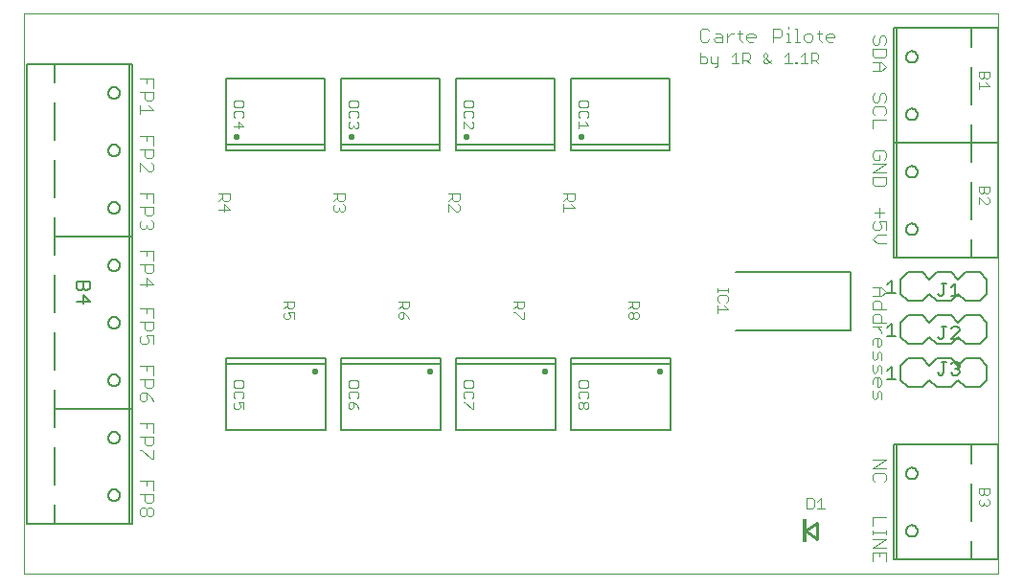
<source format=gto>
G75*
%MOIN*%
%OFA0B0*%
%FSLAX25Y25*%
%IPPOS*%
%LPD*%
%AMOC8*
5,1,8,0,0,1.08239X$1,22.5*
%
%ADD10C,0.00000*%
%ADD11C,0.00400*%
%ADD12C,0.00300*%
%ADD13C,0.01000*%
%ADD14R,0.01181X0.08268*%
%ADD15C,0.00600*%
%ADD16C,0.00500*%
%ADD17C,0.00800*%
%ADD18C,0.02174*%
D10*
X0001000Y0001000D02*
X0001000Y0195961D01*
X0339701Y0195961D01*
X0339701Y0001000D01*
X0001000Y0001000D01*
D11*
X0041200Y0021790D02*
X0041967Y0021023D01*
X0042735Y0021023D01*
X0043502Y0021790D01*
X0043502Y0023325D01*
X0044269Y0024092D01*
X0045037Y0024092D01*
X0045804Y0023325D01*
X0045804Y0021790D01*
X0045037Y0021023D01*
X0044269Y0021023D01*
X0043502Y0021790D01*
X0043502Y0023325D02*
X0042735Y0024092D01*
X0041967Y0024092D01*
X0041200Y0023325D01*
X0041200Y0021790D01*
X0043502Y0025627D02*
X0042735Y0026394D01*
X0042735Y0028696D01*
X0041200Y0028696D02*
X0045804Y0028696D01*
X0045804Y0026394D01*
X0045037Y0025627D01*
X0043502Y0025627D01*
X0045804Y0030231D02*
X0045804Y0033300D01*
X0041200Y0033300D01*
X0043502Y0033300D02*
X0043502Y0031765D01*
X0045037Y0041023D02*
X0041967Y0044092D01*
X0041200Y0044092D01*
X0043502Y0045627D02*
X0042735Y0046394D01*
X0042735Y0048696D01*
X0041200Y0048696D02*
X0045804Y0048696D01*
X0045804Y0046394D01*
X0045037Y0045627D01*
X0043502Y0045627D01*
X0045804Y0044092D02*
X0045804Y0041023D01*
X0045037Y0041023D01*
X0045804Y0050231D02*
X0045804Y0053300D01*
X0041200Y0053300D01*
X0043502Y0053300D02*
X0043502Y0051765D01*
X0042735Y0061023D02*
X0043502Y0061790D01*
X0043502Y0064092D01*
X0041967Y0064092D01*
X0041200Y0063325D01*
X0041200Y0061790D01*
X0041967Y0061023D01*
X0042735Y0061023D01*
X0045037Y0062558D02*
X0043502Y0064092D01*
X0043502Y0065627D02*
X0042735Y0066394D01*
X0042735Y0068696D01*
X0041200Y0068696D02*
X0045804Y0068696D01*
X0045804Y0066394D01*
X0045037Y0065627D01*
X0043502Y0065627D01*
X0045037Y0062558D02*
X0045804Y0061023D01*
X0045804Y0070231D02*
X0045804Y0073300D01*
X0041200Y0073300D01*
X0043502Y0073300D02*
X0043502Y0071765D01*
X0043502Y0081023D02*
X0041967Y0081023D01*
X0041200Y0081790D01*
X0041200Y0083325D01*
X0041967Y0084092D01*
X0043502Y0084092D02*
X0044269Y0082558D01*
X0044269Y0081790D01*
X0043502Y0081023D01*
X0045804Y0081023D02*
X0045804Y0084092D01*
X0043502Y0084092D01*
X0043502Y0085627D02*
X0042735Y0086394D01*
X0042735Y0088696D01*
X0041200Y0088696D02*
X0045804Y0088696D01*
X0045804Y0086394D01*
X0045037Y0085627D01*
X0043502Y0085627D01*
X0045804Y0090231D02*
X0045804Y0093300D01*
X0041200Y0093300D01*
X0043502Y0093300D02*
X0043502Y0091765D01*
X0043502Y0101023D02*
X0043502Y0104092D01*
X0045804Y0101790D01*
X0041200Y0101790D01*
X0043502Y0105627D02*
X0042735Y0106394D01*
X0042735Y0108696D01*
X0041200Y0108696D02*
X0045804Y0108696D01*
X0045804Y0106394D01*
X0045037Y0105627D01*
X0043502Y0105627D01*
X0045804Y0110231D02*
X0045804Y0113300D01*
X0041200Y0113300D01*
X0043502Y0113300D02*
X0043502Y0111765D01*
X0044269Y0121023D02*
X0043502Y0121790D01*
X0042735Y0121023D01*
X0041967Y0121023D01*
X0041200Y0121790D01*
X0041200Y0123325D01*
X0041967Y0124092D01*
X0043502Y0122558D02*
X0043502Y0121790D01*
X0044269Y0121023D02*
X0045037Y0121023D01*
X0045804Y0121790D01*
X0045804Y0123325D01*
X0045037Y0124092D01*
X0045037Y0125627D02*
X0043502Y0125627D01*
X0042735Y0126394D01*
X0042735Y0128696D01*
X0041200Y0128696D02*
X0045804Y0128696D01*
X0045804Y0126394D01*
X0045037Y0125627D01*
X0045804Y0130231D02*
X0045804Y0133300D01*
X0041200Y0133300D01*
X0043502Y0133300D02*
X0043502Y0131765D01*
X0044269Y0141023D02*
X0045037Y0141023D01*
X0045804Y0141790D01*
X0045804Y0143325D01*
X0045037Y0144092D01*
X0045037Y0145627D02*
X0043502Y0145627D01*
X0042735Y0146394D01*
X0042735Y0148696D01*
X0041200Y0148696D02*
X0045804Y0148696D01*
X0045804Y0146394D01*
X0045037Y0145627D01*
X0041200Y0144092D02*
X0044269Y0141023D01*
X0041200Y0141023D02*
X0041200Y0144092D01*
X0045804Y0150231D02*
X0045804Y0153300D01*
X0041200Y0153300D01*
X0043502Y0153300D02*
X0043502Y0151765D01*
X0041200Y0161023D02*
X0041200Y0164092D01*
X0041200Y0162558D02*
X0045804Y0162558D01*
X0044269Y0164092D01*
X0043502Y0165627D02*
X0042735Y0166394D01*
X0042735Y0168696D01*
X0041200Y0168696D02*
X0045804Y0168696D01*
X0045804Y0166394D01*
X0045037Y0165627D01*
X0043502Y0165627D01*
X0045804Y0170231D02*
X0045804Y0173300D01*
X0041200Y0173300D01*
X0043502Y0173300D02*
X0043502Y0171765D01*
X0073700Y0165199D02*
X0073700Y0163998D01*
X0074301Y0163398D01*
X0076703Y0163398D01*
X0077303Y0163998D01*
X0077303Y0165199D01*
X0076703Y0165800D01*
X0074301Y0165800D01*
X0073700Y0165199D01*
X0074301Y0162117D02*
X0073700Y0161516D01*
X0073700Y0160315D01*
X0074301Y0159715D01*
X0075502Y0158434D02*
X0075502Y0156032D01*
X0077303Y0156632D02*
X0075502Y0158434D01*
X0076703Y0159715D02*
X0077303Y0160315D01*
X0077303Y0161516D01*
X0076703Y0162117D01*
X0074301Y0162117D01*
X0073700Y0156632D02*
X0077303Y0156632D01*
X0113700Y0156632D02*
X0113700Y0157833D01*
X0114301Y0158434D01*
X0114301Y0159715D02*
X0113700Y0160315D01*
X0113700Y0161516D01*
X0114301Y0162117D01*
X0116703Y0162117D01*
X0117303Y0161516D01*
X0117303Y0160315D01*
X0116703Y0159715D01*
X0116703Y0158434D02*
X0117303Y0157833D01*
X0117303Y0156632D01*
X0116703Y0156032D01*
X0116102Y0156032D01*
X0115502Y0156632D01*
X0114901Y0156032D01*
X0114301Y0156032D01*
X0113700Y0156632D01*
X0115502Y0156632D02*
X0115502Y0157233D01*
X0114301Y0163398D02*
X0116703Y0163398D01*
X0117303Y0163998D01*
X0117303Y0165199D01*
X0116703Y0165800D01*
X0114301Y0165800D01*
X0113700Y0165199D01*
X0113700Y0163998D01*
X0114301Y0163398D01*
X0153700Y0163998D02*
X0154301Y0163398D01*
X0156703Y0163398D01*
X0157303Y0163998D01*
X0157303Y0165199D01*
X0156703Y0165800D01*
X0154301Y0165800D01*
X0153700Y0165199D01*
X0153700Y0163998D01*
X0154301Y0162117D02*
X0153700Y0161516D01*
X0153700Y0160315D01*
X0154301Y0159715D01*
X0153700Y0158434D02*
X0156102Y0156032D01*
X0156703Y0156032D01*
X0157303Y0156632D01*
X0157303Y0157833D01*
X0156703Y0158434D01*
X0156703Y0159715D02*
X0157303Y0160315D01*
X0157303Y0161516D01*
X0156703Y0162117D01*
X0154301Y0162117D01*
X0153700Y0158434D02*
X0153700Y0156032D01*
X0193700Y0156032D02*
X0193700Y0158434D01*
X0193700Y0157233D02*
X0197303Y0157233D01*
X0196102Y0158434D01*
X0196703Y0159715D02*
X0197303Y0160315D01*
X0197303Y0161516D01*
X0196703Y0162117D01*
X0194301Y0162117D01*
X0193700Y0161516D01*
X0193700Y0160315D01*
X0194301Y0159715D01*
X0194301Y0163398D02*
X0196703Y0163398D01*
X0197303Y0163998D01*
X0197303Y0165199D01*
X0196703Y0165800D01*
X0194301Y0165800D01*
X0193700Y0165199D01*
X0193700Y0163998D01*
X0194301Y0163398D01*
X0236200Y0186967D02*
X0236967Y0186200D01*
X0238502Y0186200D01*
X0239269Y0186967D01*
X0240804Y0186967D02*
X0241571Y0187735D01*
X0243873Y0187735D01*
X0243873Y0188502D02*
X0243873Y0186200D01*
X0241571Y0186200D01*
X0240804Y0186967D01*
X0243106Y0189269D02*
X0243873Y0188502D01*
X0243106Y0189269D02*
X0241571Y0189269D01*
X0239269Y0190037D02*
X0238502Y0190804D01*
X0236967Y0190804D01*
X0236200Y0190037D01*
X0236200Y0186967D01*
X0245408Y0186200D02*
X0245408Y0189269D01*
X0245408Y0187735D02*
X0246942Y0189269D01*
X0247710Y0189269D01*
X0249244Y0189269D02*
X0250779Y0189269D01*
X0250012Y0190037D02*
X0250012Y0186967D01*
X0250779Y0186200D01*
X0252314Y0186967D02*
X0252314Y0188502D01*
X0253081Y0189269D01*
X0254616Y0189269D01*
X0255383Y0188502D01*
X0255383Y0187735D01*
X0252314Y0187735D01*
X0252314Y0186967D02*
X0253081Y0186200D01*
X0254616Y0186200D01*
X0261522Y0186200D02*
X0261522Y0190804D01*
X0263824Y0190804D01*
X0264591Y0190037D01*
X0264591Y0188502D01*
X0263824Y0187735D01*
X0261522Y0187735D01*
X0266126Y0189269D02*
X0266893Y0189269D01*
X0266893Y0186200D01*
X0266126Y0186200D02*
X0267660Y0186200D01*
X0269195Y0186200D02*
X0270729Y0186200D01*
X0269962Y0186200D02*
X0269962Y0190804D01*
X0269195Y0190804D01*
X0266893Y0190804D02*
X0266893Y0191571D01*
X0272264Y0188502D02*
X0273031Y0189269D01*
X0274566Y0189269D01*
X0275333Y0188502D01*
X0275333Y0186967D01*
X0274566Y0186200D01*
X0273031Y0186200D01*
X0272264Y0186967D01*
X0272264Y0188502D01*
X0276868Y0189269D02*
X0278403Y0189269D01*
X0277635Y0190037D02*
X0277635Y0186967D01*
X0278403Y0186200D01*
X0279937Y0186967D02*
X0279937Y0188502D01*
X0280705Y0189269D01*
X0282239Y0189269D01*
X0283007Y0188502D01*
X0283007Y0187735D01*
X0279937Y0187735D01*
X0279937Y0186967D02*
X0280705Y0186200D01*
X0282239Y0186200D01*
X0296200Y0185998D02*
X0296200Y0187533D01*
X0296967Y0188300D01*
X0298502Y0187533D02*
X0298502Y0185998D01*
X0297735Y0185231D01*
X0296967Y0185231D01*
X0296200Y0185998D01*
X0296200Y0183696D02*
X0296200Y0181394D01*
X0296967Y0180627D01*
X0300037Y0180627D01*
X0300804Y0181394D01*
X0300804Y0183696D01*
X0296200Y0183696D01*
X0300037Y0185231D02*
X0300804Y0185998D01*
X0300804Y0187533D01*
X0300037Y0188300D01*
X0299269Y0188300D01*
X0298502Y0187533D01*
X0298502Y0179092D02*
X0298502Y0176023D01*
X0299269Y0176023D02*
X0296200Y0176023D01*
X0296200Y0179092D02*
X0299269Y0179092D01*
X0300804Y0177558D01*
X0299269Y0176023D01*
X0299269Y0168300D02*
X0298502Y0167533D01*
X0298502Y0165998D01*
X0297735Y0165231D01*
X0296967Y0165231D01*
X0296200Y0165998D01*
X0296200Y0167533D01*
X0296967Y0168300D01*
X0299269Y0168300D02*
X0300037Y0168300D01*
X0300804Y0167533D01*
X0300804Y0165998D01*
X0300037Y0165231D01*
X0300037Y0163696D02*
X0296967Y0163696D01*
X0296200Y0162929D01*
X0296200Y0161394D01*
X0296967Y0160627D01*
X0296200Y0159092D02*
X0296200Y0156023D01*
X0296200Y0159092D02*
X0300804Y0159092D01*
X0300037Y0160627D02*
X0300804Y0161394D01*
X0300804Y0162929D01*
X0300037Y0163696D01*
X0300037Y0148300D02*
X0296967Y0148300D01*
X0296200Y0147533D01*
X0296200Y0145998D01*
X0296967Y0145231D01*
X0298502Y0145231D01*
X0298502Y0146765D01*
X0300037Y0145231D02*
X0300804Y0145998D01*
X0300804Y0147533D01*
X0300037Y0148300D01*
X0300804Y0143696D02*
X0296200Y0143696D01*
X0296200Y0140627D02*
X0300804Y0140627D01*
X0300804Y0139092D02*
X0300804Y0136790D01*
X0300037Y0136023D01*
X0296967Y0136023D01*
X0296200Y0136790D01*
X0296200Y0139092D01*
X0300804Y0139092D01*
X0300804Y0143696D02*
X0296200Y0140627D01*
X0298502Y0128300D02*
X0298502Y0125231D01*
X0298502Y0123696D02*
X0299269Y0122161D01*
X0299269Y0121394D01*
X0298502Y0120627D01*
X0296967Y0120627D01*
X0296200Y0121394D01*
X0296200Y0122929D01*
X0296967Y0123696D01*
X0298502Y0123696D02*
X0300804Y0123696D01*
X0300804Y0120627D01*
X0300804Y0119092D02*
X0297735Y0119092D01*
X0296200Y0117558D01*
X0297735Y0116023D01*
X0300804Y0116023D01*
X0300037Y0126765D02*
X0296967Y0126765D01*
X0333200Y0129715D02*
X0333200Y0132117D01*
X0335602Y0129715D01*
X0336203Y0129715D01*
X0336803Y0130315D01*
X0336803Y0131516D01*
X0336203Y0132117D01*
X0336203Y0133398D02*
X0335602Y0133398D01*
X0335002Y0133998D01*
X0335002Y0135800D01*
X0336803Y0135800D02*
X0336803Y0133998D01*
X0336203Y0133398D01*
X0335002Y0133998D02*
X0334401Y0133398D01*
X0333801Y0133398D01*
X0333200Y0133998D01*
X0333200Y0135800D01*
X0336803Y0135800D01*
X0300804Y0099265D02*
X0299269Y0100800D01*
X0296200Y0100800D01*
X0298502Y0100800D02*
X0298502Y0097731D01*
X0299269Y0097731D02*
X0296200Y0097731D01*
X0296967Y0096196D02*
X0296200Y0095429D01*
X0296200Y0093127D01*
X0300804Y0093127D01*
X0299269Y0093127D02*
X0299269Y0095429D01*
X0298502Y0096196D01*
X0296967Y0096196D01*
X0299269Y0097731D02*
X0300804Y0099265D01*
X0298502Y0091592D02*
X0299269Y0090825D01*
X0299269Y0088523D01*
X0299269Y0086988D02*
X0296200Y0086988D01*
X0297735Y0086988D02*
X0299269Y0085454D01*
X0299269Y0084686D01*
X0298502Y0083152D02*
X0299269Y0082384D01*
X0299269Y0080850D01*
X0298502Y0080082D01*
X0297735Y0080082D01*
X0297735Y0083152D01*
X0298502Y0083152D02*
X0296967Y0083152D01*
X0296200Y0082384D01*
X0296200Y0080850D01*
X0296200Y0078548D02*
X0296200Y0076246D01*
X0296967Y0075478D01*
X0297735Y0076246D01*
X0297735Y0077780D01*
X0298502Y0078548D01*
X0299269Y0077780D01*
X0299269Y0075478D01*
X0298502Y0073944D02*
X0299269Y0073176D01*
X0299269Y0070874D01*
X0298502Y0069340D02*
X0299269Y0068573D01*
X0299269Y0067038D01*
X0298502Y0066271D01*
X0297735Y0066271D01*
X0297735Y0069340D01*
X0298502Y0069340D02*
X0296967Y0069340D01*
X0296200Y0068573D01*
X0296200Y0067038D01*
X0296967Y0070874D02*
X0297735Y0071642D01*
X0297735Y0073176D01*
X0298502Y0073944D01*
X0296200Y0073944D02*
X0296200Y0071642D01*
X0296967Y0070874D01*
X0296200Y0064736D02*
X0296200Y0062434D01*
X0296967Y0061667D01*
X0297735Y0062434D01*
X0297735Y0063969D01*
X0298502Y0064736D01*
X0299269Y0063969D01*
X0299269Y0061667D01*
X0300804Y0040800D02*
X0296200Y0040800D01*
X0296200Y0037731D02*
X0300804Y0037731D01*
X0300037Y0036196D02*
X0296967Y0036196D01*
X0296200Y0035429D01*
X0296200Y0033894D01*
X0296967Y0033127D01*
X0300037Y0033127D02*
X0300804Y0033894D01*
X0300804Y0035429D01*
X0300037Y0036196D01*
X0296200Y0037731D02*
X0300804Y0040800D01*
X0278190Y0027366D02*
X0278190Y0023763D01*
X0276989Y0023763D02*
X0279391Y0023763D01*
X0276989Y0026165D02*
X0278190Y0027366D01*
X0275708Y0026766D02*
X0275708Y0024363D01*
X0275108Y0023763D01*
X0273306Y0023763D01*
X0273306Y0027366D01*
X0275108Y0027366D01*
X0275708Y0026766D01*
X0296200Y0020800D02*
X0296200Y0017731D01*
X0296200Y0016196D02*
X0296200Y0014661D01*
X0296200Y0015429D02*
X0300804Y0015429D01*
X0300804Y0016196D02*
X0300804Y0014661D01*
X0300804Y0013127D02*
X0296200Y0010058D01*
X0300804Y0010058D01*
X0300804Y0008523D02*
X0296200Y0008523D01*
X0296200Y0005454D01*
X0298502Y0006988D02*
X0298502Y0008523D01*
X0300804Y0008523D02*
X0300804Y0005454D01*
X0300804Y0013127D02*
X0296200Y0013127D01*
X0296200Y0020800D02*
X0300804Y0020800D01*
X0333200Y0025315D02*
X0333200Y0026516D01*
X0333801Y0027117D01*
X0333801Y0028398D02*
X0333200Y0028998D01*
X0333200Y0030800D01*
X0336803Y0030800D01*
X0336803Y0028998D01*
X0336203Y0028398D01*
X0335602Y0028398D01*
X0335002Y0028998D01*
X0335002Y0030800D01*
X0335002Y0028998D02*
X0334401Y0028398D01*
X0333801Y0028398D01*
X0336203Y0027117D02*
X0336803Y0026516D01*
X0336803Y0025315D01*
X0336203Y0024715D01*
X0335602Y0024715D01*
X0335002Y0025315D01*
X0334401Y0024715D01*
X0333801Y0024715D01*
X0333200Y0025315D01*
X0335002Y0025315D02*
X0335002Y0025916D01*
X0300804Y0088523D02*
X0296200Y0088523D01*
X0296200Y0090825D01*
X0296967Y0091592D01*
X0298502Y0091592D01*
X0197303Y0067699D02*
X0197303Y0066498D01*
X0196703Y0065898D01*
X0194301Y0065898D01*
X0193700Y0066498D01*
X0193700Y0067699D01*
X0194301Y0068300D01*
X0196703Y0068300D01*
X0197303Y0067699D01*
X0196703Y0064617D02*
X0194301Y0064617D01*
X0193700Y0064016D01*
X0193700Y0062815D01*
X0194301Y0062215D01*
X0194301Y0060934D02*
X0194901Y0060934D01*
X0195502Y0060333D01*
X0195502Y0059132D01*
X0194901Y0058532D01*
X0194301Y0058532D01*
X0193700Y0059132D01*
X0193700Y0060333D01*
X0194301Y0060934D01*
X0195502Y0060333D02*
X0196102Y0060934D01*
X0196703Y0060934D01*
X0197303Y0060333D01*
X0197303Y0059132D01*
X0196703Y0058532D01*
X0196102Y0058532D01*
X0195502Y0059132D01*
X0196703Y0062215D02*
X0197303Y0062815D01*
X0197303Y0064016D01*
X0196703Y0064617D01*
X0157303Y0064016D02*
X0157303Y0062815D01*
X0156703Y0062215D01*
X0157303Y0060934D02*
X0157303Y0058532D01*
X0156703Y0058532D01*
X0154301Y0060934D01*
X0153700Y0060934D01*
X0154301Y0062215D02*
X0153700Y0062815D01*
X0153700Y0064016D01*
X0154301Y0064617D01*
X0156703Y0064617D01*
X0157303Y0064016D01*
X0156703Y0065898D02*
X0157303Y0066498D01*
X0157303Y0067699D01*
X0156703Y0068300D01*
X0154301Y0068300D01*
X0153700Y0067699D01*
X0153700Y0066498D01*
X0154301Y0065898D01*
X0156703Y0065898D01*
X0117303Y0066498D02*
X0116703Y0065898D01*
X0114301Y0065898D01*
X0113700Y0066498D01*
X0113700Y0067699D01*
X0114301Y0068300D01*
X0116703Y0068300D01*
X0117303Y0067699D01*
X0117303Y0066498D01*
X0116703Y0064617D02*
X0114301Y0064617D01*
X0113700Y0064016D01*
X0113700Y0062815D01*
X0114301Y0062215D01*
X0114301Y0060934D02*
X0113700Y0060333D01*
X0113700Y0059132D01*
X0114301Y0058532D01*
X0114901Y0058532D01*
X0115502Y0059132D01*
X0115502Y0060934D01*
X0114301Y0060934D01*
X0115502Y0060934D02*
X0116703Y0059733D01*
X0117303Y0058532D01*
X0116703Y0062215D02*
X0117303Y0062815D01*
X0117303Y0064016D01*
X0116703Y0064617D01*
X0077303Y0064016D02*
X0077303Y0062815D01*
X0076703Y0062215D01*
X0077303Y0060934D02*
X0075502Y0060934D01*
X0076102Y0059733D01*
X0076102Y0059132D01*
X0075502Y0058532D01*
X0074301Y0058532D01*
X0073700Y0059132D01*
X0073700Y0060333D01*
X0074301Y0060934D01*
X0074301Y0062215D02*
X0073700Y0062815D01*
X0073700Y0064016D01*
X0074301Y0064617D01*
X0076703Y0064617D01*
X0077303Y0064016D01*
X0076703Y0065898D02*
X0074301Y0065898D01*
X0073700Y0066498D01*
X0073700Y0067699D01*
X0074301Y0068300D01*
X0076703Y0068300D01*
X0077303Y0067699D01*
X0077303Y0066498D01*
X0076703Y0065898D01*
X0077303Y0060934D02*
X0077303Y0058532D01*
X0333200Y0169715D02*
X0333200Y0172117D01*
X0333200Y0170916D02*
X0336803Y0170916D01*
X0335602Y0172117D01*
X0335602Y0173398D02*
X0335002Y0173998D01*
X0335002Y0175800D01*
X0336803Y0175800D02*
X0336803Y0173998D01*
X0336203Y0173398D01*
X0335602Y0173398D01*
X0335002Y0173998D02*
X0334401Y0173398D01*
X0333801Y0173398D01*
X0333200Y0173998D01*
X0333200Y0175800D01*
X0336803Y0175800D01*
D12*
X0277292Y0178650D02*
X0276057Y0179884D01*
X0276675Y0179884D02*
X0274823Y0179884D01*
X0274823Y0178650D02*
X0274823Y0182353D01*
X0276675Y0182353D01*
X0277292Y0181736D01*
X0277292Y0180502D01*
X0276675Y0179884D01*
X0273609Y0178650D02*
X0271140Y0178650D01*
X0269915Y0178650D02*
X0269298Y0178650D01*
X0269298Y0179267D01*
X0269915Y0179267D01*
X0269915Y0178650D01*
X0268084Y0178650D02*
X0265615Y0178650D01*
X0266850Y0178650D02*
X0266850Y0182353D01*
X0265615Y0181119D01*
X0260718Y0179884D02*
X0259483Y0178650D01*
X0258866Y0178650D01*
X0258249Y0179267D01*
X0258249Y0179884D01*
X0259483Y0181119D01*
X0259483Y0181736D01*
X0258866Y0182353D01*
X0258249Y0181736D01*
X0258249Y0181119D01*
X0260718Y0178650D01*
X0253351Y0178650D02*
X0252117Y0179884D01*
X0252734Y0179884D02*
X0250883Y0179884D01*
X0250883Y0178650D02*
X0250883Y0182353D01*
X0252734Y0182353D01*
X0253351Y0181736D01*
X0253351Y0180502D01*
X0252734Y0179884D01*
X0249668Y0178650D02*
X0247199Y0178650D01*
X0248434Y0178650D02*
X0248434Y0182353D01*
X0247199Y0181119D01*
X0242302Y0181119D02*
X0242302Y0178033D01*
X0241685Y0177416D01*
X0241068Y0177416D01*
X0240450Y0178650D02*
X0242302Y0178650D01*
X0240450Y0178650D02*
X0239833Y0179267D01*
X0239833Y0181119D01*
X0238619Y0180502D02*
X0238002Y0181119D01*
X0236150Y0181119D01*
X0236150Y0182353D02*
X0236150Y0178650D01*
X0238002Y0178650D01*
X0238619Y0179267D01*
X0238619Y0180502D01*
X0271140Y0181119D02*
X0272374Y0182353D01*
X0272374Y0178650D01*
X0192353Y0133350D02*
X0192353Y0131498D01*
X0191736Y0130881D01*
X0190502Y0130881D01*
X0189884Y0131498D01*
X0189884Y0133350D01*
X0188650Y0133350D02*
X0192353Y0133350D01*
X0189884Y0132116D02*
X0188650Y0130881D01*
X0188650Y0129667D02*
X0188650Y0127198D01*
X0188650Y0128432D02*
X0192353Y0128432D01*
X0191119Y0129667D01*
X0152353Y0129050D02*
X0152353Y0127815D01*
X0151736Y0127198D01*
X0151119Y0127198D01*
X0148650Y0129667D01*
X0148650Y0127198D01*
X0151736Y0129667D02*
X0152353Y0129050D01*
X0151736Y0130881D02*
X0150502Y0130881D01*
X0149884Y0131498D01*
X0149884Y0133350D01*
X0148650Y0133350D02*
X0152353Y0133350D01*
X0152353Y0131498D01*
X0151736Y0130881D01*
X0149884Y0132116D02*
X0148650Y0130881D01*
X0112353Y0131498D02*
X0111736Y0130881D01*
X0110502Y0130881D01*
X0109884Y0131498D01*
X0109884Y0133350D01*
X0108650Y0133350D02*
X0112353Y0133350D01*
X0112353Y0131498D01*
X0111736Y0129667D02*
X0112353Y0129050D01*
X0112353Y0127815D01*
X0111736Y0127198D01*
X0111119Y0127198D01*
X0110502Y0127815D01*
X0109884Y0127198D01*
X0109267Y0127198D01*
X0108650Y0127815D01*
X0108650Y0129050D01*
X0109267Y0129667D01*
X0108650Y0130881D02*
X0109884Y0132116D01*
X0110502Y0128432D02*
X0110502Y0127815D01*
X0072353Y0127815D02*
X0070502Y0129667D01*
X0070502Y0127198D01*
X0072353Y0127815D02*
X0068650Y0127815D01*
X0068650Y0130881D02*
X0069884Y0132116D01*
X0069884Y0131498D02*
X0069884Y0133350D01*
X0068650Y0133350D02*
X0072353Y0133350D01*
X0072353Y0131498D01*
X0071736Y0130881D01*
X0070502Y0130881D01*
X0069884Y0131498D01*
X0091150Y0095850D02*
X0094853Y0095850D01*
X0094853Y0093998D01*
X0094236Y0093381D01*
X0093002Y0093381D01*
X0092384Y0093998D01*
X0092384Y0095850D01*
X0092384Y0094616D02*
X0091150Y0093381D01*
X0091767Y0092167D02*
X0091150Y0091550D01*
X0091150Y0090315D01*
X0091767Y0089698D01*
X0093002Y0089698D01*
X0093619Y0090315D01*
X0093619Y0090932D01*
X0093002Y0092167D01*
X0094853Y0092167D01*
X0094853Y0089698D01*
X0131150Y0090315D02*
X0131767Y0089698D01*
X0132384Y0089698D01*
X0133002Y0090315D01*
X0133002Y0092167D01*
X0131767Y0092167D01*
X0131150Y0091550D01*
X0131150Y0090315D01*
X0133002Y0092167D02*
X0134236Y0090932D01*
X0134853Y0089698D01*
X0134236Y0093381D02*
X0133002Y0093381D01*
X0132384Y0093998D01*
X0132384Y0095850D01*
X0131150Y0095850D02*
X0134853Y0095850D01*
X0134853Y0093998D01*
X0134236Y0093381D01*
X0132384Y0094616D02*
X0131150Y0093381D01*
X0171150Y0093381D02*
X0172384Y0094616D01*
X0172384Y0093998D02*
X0172384Y0095850D01*
X0171150Y0095850D02*
X0174853Y0095850D01*
X0174853Y0093998D01*
X0174236Y0093381D01*
X0173002Y0093381D01*
X0172384Y0093998D01*
X0171767Y0092167D02*
X0171150Y0092167D01*
X0171767Y0092167D02*
X0174236Y0089698D01*
X0174853Y0089698D01*
X0174853Y0092167D01*
X0211150Y0091550D02*
X0211150Y0090315D01*
X0211767Y0089698D01*
X0212384Y0089698D01*
X0213002Y0090315D01*
X0213002Y0091550D01*
X0213619Y0092167D01*
X0214236Y0092167D01*
X0214853Y0091550D01*
X0214853Y0090315D01*
X0214236Y0089698D01*
X0213619Y0089698D01*
X0213002Y0090315D01*
X0213002Y0091550D02*
X0212384Y0092167D01*
X0211767Y0092167D01*
X0211150Y0091550D01*
X0211150Y0093381D02*
X0212384Y0094616D01*
X0212384Y0093998D02*
X0212384Y0095850D01*
X0211150Y0095850D02*
X0214853Y0095850D01*
X0214853Y0093998D01*
X0214236Y0093381D01*
X0213002Y0093381D01*
X0212384Y0093998D01*
X0242091Y0094357D02*
X0242091Y0091889D01*
X0242091Y0093123D02*
X0245794Y0093123D01*
X0244560Y0094357D01*
X0245177Y0095572D02*
X0245794Y0096189D01*
X0245794Y0097423D01*
X0245177Y0098041D01*
X0242708Y0098041D01*
X0242091Y0097423D01*
X0242091Y0096189D01*
X0242708Y0095572D01*
X0242091Y0099262D02*
X0242091Y0100496D01*
X0242091Y0099879D02*
X0245794Y0099879D01*
X0245794Y0100496D02*
X0245794Y0099262D01*
D13*
X0276984Y0018953D02*
X0276984Y0013244D01*
X0272850Y0016000D01*
X0276984Y0018953D01*
D14*
X0272654Y0016000D03*
D15*
X0303500Y0006000D02*
X0303500Y0046000D01*
X0304500Y0046000D01*
X0330500Y0046000D01*
X0330500Y0039500D01*
X0330500Y0046000D02*
X0340000Y0046000D01*
X0340000Y0006000D01*
X0330500Y0006000D01*
X0330500Y0012500D01*
X0330500Y0006000D02*
X0304500Y0006000D01*
X0303500Y0006000D01*
X0304500Y0006000D02*
X0304500Y0046000D01*
X0307800Y0036000D02*
X0307802Y0036089D01*
X0307808Y0036178D01*
X0307818Y0036267D01*
X0307832Y0036355D01*
X0307849Y0036442D01*
X0307871Y0036528D01*
X0307897Y0036614D01*
X0307926Y0036698D01*
X0307959Y0036781D01*
X0307995Y0036862D01*
X0308036Y0036942D01*
X0308079Y0037019D01*
X0308126Y0037095D01*
X0308177Y0037168D01*
X0308230Y0037239D01*
X0308287Y0037308D01*
X0308347Y0037374D01*
X0308410Y0037438D01*
X0308475Y0037498D01*
X0308543Y0037556D01*
X0308614Y0037610D01*
X0308687Y0037661D01*
X0308762Y0037709D01*
X0308839Y0037754D01*
X0308918Y0037795D01*
X0308999Y0037832D01*
X0309081Y0037866D01*
X0309165Y0037897D01*
X0309250Y0037923D01*
X0309336Y0037946D01*
X0309423Y0037964D01*
X0309511Y0037979D01*
X0309600Y0037990D01*
X0309689Y0037997D01*
X0309778Y0038000D01*
X0309867Y0037999D01*
X0309956Y0037994D01*
X0310044Y0037985D01*
X0310133Y0037972D01*
X0310220Y0037955D01*
X0310307Y0037935D01*
X0310393Y0037910D01*
X0310477Y0037882D01*
X0310560Y0037850D01*
X0310642Y0037814D01*
X0310722Y0037775D01*
X0310800Y0037732D01*
X0310876Y0037686D01*
X0310950Y0037636D01*
X0311022Y0037583D01*
X0311091Y0037527D01*
X0311158Y0037468D01*
X0311222Y0037406D01*
X0311283Y0037342D01*
X0311342Y0037274D01*
X0311397Y0037204D01*
X0311449Y0037132D01*
X0311498Y0037057D01*
X0311543Y0036981D01*
X0311585Y0036902D01*
X0311623Y0036822D01*
X0311658Y0036740D01*
X0311689Y0036656D01*
X0311717Y0036571D01*
X0311740Y0036485D01*
X0311760Y0036398D01*
X0311776Y0036311D01*
X0311788Y0036222D01*
X0311796Y0036134D01*
X0311800Y0036045D01*
X0311800Y0035955D01*
X0311796Y0035866D01*
X0311788Y0035778D01*
X0311776Y0035689D01*
X0311760Y0035602D01*
X0311740Y0035515D01*
X0311717Y0035429D01*
X0311689Y0035344D01*
X0311658Y0035260D01*
X0311623Y0035178D01*
X0311585Y0035098D01*
X0311543Y0035019D01*
X0311498Y0034943D01*
X0311449Y0034868D01*
X0311397Y0034796D01*
X0311342Y0034726D01*
X0311283Y0034658D01*
X0311222Y0034594D01*
X0311158Y0034532D01*
X0311091Y0034473D01*
X0311022Y0034417D01*
X0310950Y0034364D01*
X0310876Y0034314D01*
X0310800Y0034268D01*
X0310722Y0034225D01*
X0310642Y0034186D01*
X0310560Y0034150D01*
X0310477Y0034118D01*
X0310393Y0034090D01*
X0310307Y0034065D01*
X0310220Y0034045D01*
X0310133Y0034028D01*
X0310044Y0034015D01*
X0309956Y0034006D01*
X0309867Y0034001D01*
X0309778Y0034000D01*
X0309689Y0034003D01*
X0309600Y0034010D01*
X0309511Y0034021D01*
X0309423Y0034036D01*
X0309336Y0034054D01*
X0309250Y0034077D01*
X0309165Y0034103D01*
X0309081Y0034134D01*
X0308999Y0034168D01*
X0308918Y0034205D01*
X0308839Y0034246D01*
X0308762Y0034291D01*
X0308687Y0034339D01*
X0308614Y0034390D01*
X0308543Y0034444D01*
X0308475Y0034502D01*
X0308410Y0034562D01*
X0308347Y0034626D01*
X0308287Y0034692D01*
X0308230Y0034761D01*
X0308177Y0034832D01*
X0308126Y0034905D01*
X0308079Y0034981D01*
X0308036Y0035058D01*
X0307995Y0035138D01*
X0307959Y0035219D01*
X0307926Y0035302D01*
X0307897Y0035386D01*
X0307871Y0035472D01*
X0307849Y0035558D01*
X0307832Y0035645D01*
X0307818Y0035733D01*
X0307808Y0035822D01*
X0307802Y0035911D01*
X0307800Y0036000D01*
X0330500Y0032500D02*
X0330500Y0019500D01*
X0307800Y0016000D02*
X0307802Y0016089D01*
X0307808Y0016178D01*
X0307818Y0016267D01*
X0307832Y0016355D01*
X0307849Y0016442D01*
X0307871Y0016528D01*
X0307897Y0016614D01*
X0307926Y0016698D01*
X0307959Y0016781D01*
X0307995Y0016862D01*
X0308036Y0016942D01*
X0308079Y0017019D01*
X0308126Y0017095D01*
X0308177Y0017168D01*
X0308230Y0017239D01*
X0308287Y0017308D01*
X0308347Y0017374D01*
X0308410Y0017438D01*
X0308475Y0017498D01*
X0308543Y0017556D01*
X0308614Y0017610D01*
X0308687Y0017661D01*
X0308762Y0017709D01*
X0308839Y0017754D01*
X0308918Y0017795D01*
X0308999Y0017832D01*
X0309081Y0017866D01*
X0309165Y0017897D01*
X0309250Y0017923D01*
X0309336Y0017946D01*
X0309423Y0017964D01*
X0309511Y0017979D01*
X0309600Y0017990D01*
X0309689Y0017997D01*
X0309778Y0018000D01*
X0309867Y0017999D01*
X0309956Y0017994D01*
X0310044Y0017985D01*
X0310133Y0017972D01*
X0310220Y0017955D01*
X0310307Y0017935D01*
X0310393Y0017910D01*
X0310477Y0017882D01*
X0310560Y0017850D01*
X0310642Y0017814D01*
X0310722Y0017775D01*
X0310800Y0017732D01*
X0310876Y0017686D01*
X0310950Y0017636D01*
X0311022Y0017583D01*
X0311091Y0017527D01*
X0311158Y0017468D01*
X0311222Y0017406D01*
X0311283Y0017342D01*
X0311342Y0017274D01*
X0311397Y0017204D01*
X0311449Y0017132D01*
X0311498Y0017057D01*
X0311543Y0016981D01*
X0311585Y0016902D01*
X0311623Y0016822D01*
X0311658Y0016740D01*
X0311689Y0016656D01*
X0311717Y0016571D01*
X0311740Y0016485D01*
X0311760Y0016398D01*
X0311776Y0016311D01*
X0311788Y0016222D01*
X0311796Y0016134D01*
X0311800Y0016045D01*
X0311800Y0015955D01*
X0311796Y0015866D01*
X0311788Y0015778D01*
X0311776Y0015689D01*
X0311760Y0015602D01*
X0311740Y0015515D01*
X0311717Y0015429D01*
X0311689Y0015344D01*
X0311658Y0015260D01*
X0311623Y0015178D01*
X0311585Y0015098D01*
X0311543Y0015019D01*
X0311498Y0014943D01*
X0311449Y0014868D01*
X0311397Y0014796D01*
X0311342Y0014726D01*
X0311283Y0014658D01*
X0311222Y0014594D01*
X0311158Y0014532D01*
X0311091Y0014473D01*
X0311022Y0014417D01*
X0310950Y0014364D01*
X0310876Y0014314D01*
X0310800Y0014268D01*
X0310722Y0014225D01*
X0310642Y0014186D01*
X0310560Y0014150D01*
X0310477Y0014118D01*
X0310393Y0014090D01*
X0310307Y0014065D01*
X0310220Y0014045D01*
X0310133Y0014028D01*
X0310044Y0014015D01*
X0309956Y0014006D01*
X0309867Y0014001D01*
X0309778Y0014000D01*
X0309689Y0014003D01*
X0309600Y0014010D01*
X0309511Y0014021D01*
X0309423Y0014036D01*
X0309336Y0014054D01*
X0309250Y0014077D01*
X0309165Y0014103D01*
X0309081Y0014134D01*
X0308999Y0014168D01*
X0308918Y0014205D01*
X0308839Y0014246D01*
X0308762Y0014291D01*
X0308687Y0014339D01*
X0308614Y0014390D01*
X0308543Y0014444D01*
X0308475Y0014502D01*
X0308410Y0014562D01*
X0308347Y0014626D01*
X0308287Y0014692D01*
X0308230Y0014761D01*
X0308177Y0014832D01*
X0308126Y0014905D01*
X0308079Y0014981D01*
X0308036Y0015058D01*
X0307995Y0015138D01*
X0307959Y0015219D01*
X0307926Y0015302D01*
X0307897Y0015386D01*
X0307871Y0015472D01*
X0307849Y0015558D01*
X0307832Y0015645D01*
X0307818Y0015733D01*
X0307808Y0015822D01*
X0307802Y0015911D01*
X0307800Y0016000D01*
X0225764Y0050980D02*
X0225764Y0076020D01*
X0191335Y0076020D01*
X0191335Y0073988D01*
X0225370Y0073988D01*
X0191335Y0073988D02*
X0191335Y0050980D01*
X0225764Y0050980D01*
X0185764Y0050980D02*
X0185764Y0076020D01*
X0151335Y0076020D01*
X0151335Y0073988D01*
X0185370Y0073988D01*
X0151335Y0073988D02*
X0151335Y0050980D01*
X0185764Y0050980D01*
X0145764Y0050980D02*
X0145764Y0076020D01*
X0111335Y0076020D01*
X0111335Y0073988D01*
X0145370Y0073988D01*
X0111335Y0073988D02*
X0111335Y0050980D01*
X0145764Y0050980D01*
X0105764Y0050980D02*
X0105764Y0076020D01*
X0071335Y0076020D01*
X0071335Y0073988D01*
X0105370Y0073988D01*
X0071335Y0073988D02*
X0071335Y0050980D01*
X0105764Y0050980D01*
X0038500Y0058500D02*
X0038500Y0018500D01*
X0037500Y0018500D01*
X0011500Y0018500D01*
X0011500Y0025000D01*
X0011500Y0018500D02*
X0002000Y0018500D01*
X0002000Y0178500D01*
X0011500Y0178500D01*
X0037500Y0178500D01*
X0038500Y0178500D01*
X0038500Y0118500D01*
X0038500Y0058500D01*
X0011500Y0058500D01*
X0011500Y0052000D01*
X0011500Y0058500D02*
X0011500Y0065000D01*
X0011500Y0072000D02*
X0011500Y0085000D01*
X0011500Y0092000D02*
X0011500Y0105000D01*
X0011500Y0112000D02*
X0011500Y0118500D01*
X0011500Y0125000D01*
X0011500Y0118500D02*
X0038500Y0118500D01*
X0030200Y0108500D02*
X0030202Y0108589D01*
X0030208Y0108678D01*
X0030218Y0108767D01*
X0030232Y0108855D01*
X0030249Y0108942D01*
X0030271Y0109028D01*
X0030297Y0109114D01*
X0030326Y0109198D01*
X0030359Y0109281D01*
X0030395Y0109362D01*
X0030436Y0109442D01*
X0030479Y0109519D01*
X0030526Y0109595D01*
X0030577Y0109668D01*
X0030630Y0109739D01*
X0030687Y0109808D01*
X0030747Y0109874D01*
X0030810Y0109938D01*
X0030875Y0109998D01*
X0030943Y0110056D01*
X0031014Y0110110D01*
X0031087Y0110161D01*
X0031162Y0110209D01*
X0031239Y0110254D01*
X0031318Y0110295D01*
X0031399Y0110332D01*
X0031481Y0110366D01*
X0031565Y0110397D01*
X0031650Y0110423D01*
X0031736Y0110446D01*
X0031823Y0110464D01*
X0031911Y0110479D01*
X0032000Y0110490D01*
X0032089Y0110497D01*
X0032178Y0110500D01*
X0032267Y0110499D01*
X0032356Y0110494D01*
X0032444Y0110485D01*
X0032533Y0110472D01*
X0032620Y0110455D01*
X0032707Y0110435D01*
X0032793Y0110410D01*
X0032877Y0110382D01*
X0032960Y0110350D01*
X0033042Y0110314D01*
X0033122Y0110275D01*
X0033200Y0110232D01*
X0033276Y0110186D01*
X0033350Y0110136D01*
X0033422Y0110083D01*
X0033491Y0110027D01*
X0033558Y0109968D01*
X0033622Y0109906D01*
X0033683Y0109842D01*
X0033742Y0109774D01*
X0033797Y0109704D01*
X0033849Y0109632D01*
X0033898Y0109557D01*
X0033943Y0109481D01*
X0033985Y0109402D01*
X0034023Y0109322D01*
X0034058Y0109240D01*
X0034089Y0109156D01*
X0034117Y0109071D01*
X0034140Y0108985D01*
X0034160Y0108898D01*
X0034176Y0108811D01*
X0034188Y0108722D01*
X0034196Y0108634D01*
X0034200Y0108545D01*
X0034200Y0108455D01*
X0034196Y0108366D01*
X0034188Y0108278D01*
X0034176Y0108189D01*
X0034160Y0108102D01*
X0034140Y0108015D01*
X0034117Y0107929D01*
X0034089Y0107844D01*
X0034058Y0107760D01*
X0034023Y0107678D01*
X0033985Y0107598D01*
X0033943Y0107519D01*
X0033898Y0107443D01*
X0033849Y0107368D01*
X0033797Y0107296D01*
X0033742Y0107226D01*
X0033683Y0107158D01*
X0033622Y0107094D01*
X0033558Y0107032D01*
X0033491Y0106973D01*
X0033422Y0106917D01*
X0033350Y0106864D01*
X0033276Y0106814D01*
X0033200Y0106768D01*
X0033122Y0106725D01*
X0033042Y0106686D01*
X0032960Y0106650D01*
X0032877Y0106618D01*
X0032793Y0106590D01*
X0032707Y0106565D01*
X0032620Y0106545D01*
X0032533Y0106528D01*
X0032444Y0106515D01*
X0032356Y0106506D01*
X0032267Y0106501D01*
X0032178Y0106500D01*
X0032089Y0106503D01*
X0032000Y0106510D01*
X0031911Y0106521D01*
X0031823Y0106536D01*
X0031736Y0106554D01*
X0031650Y0106577D01*
X0031565Y0106603D01*
X0031481Y0106634D01*
X0031399Y0106668D01*
X0031318Y0106705D01*
X0031239Y0106746D01*
X0031162Y0106791D01*
X0031087Y0106839D01*
X0031014Y0106890D01*
X0030943Y0106944D01*
X0030875Y0107002D01*
X0030810Y0107062D01*
X0030747Y0107126D01*
X0030687Y0107192D01*
X0030630Y0107261D01*
X0030577Y0107332D01*
X0030526Y0107405D01*
X0030479Y0107481D01*
X0030436Y0107558D01*
X0030395Y0107638D01*
X0030359Y0107719D01*
X0030326Y0107802D01*
X0030297Y0107886D01*
X0030271Y0107972D01*
X0030249Y0108058D01*
X0030232Y0108145D01*
X0030218Y0108233D01*
X0030208Y0108322D01*
X0030202Y0108411D01*
X0030200Y0108500D01*
X0030200Y0128500D02*
X0030202Y0128589D01*
X0030208Y0128678D01*
X0030218Y0128767D01*
X0030232Y0128855D01*
X0030249Y0128942D01*
X0030271Y0129028D01*
X0030297Y0129114D01*
X0030326Y0129198D01*
X0030359Y0129281D01*
X0030395Y0129362D01*
X0030436Y0129442D01*
X0030479Y0129519D01*
X0030526Y0129595D01*
X0030577Y0129668D01*
X0030630Y0129739D01*
X0030687Y0129808D01*
X0030747Y0129874D01*
X0030810Y0129938D01*
X0030875Y0129998D01*
X0030943Y0130056D01*
X0031014Y0130110D01*
X0031087Y0130161D01*
X0031162Y0130209D01*
X0031239Y0130254D01*
X0031318Y0130295D01*
X0031399Y0130332D01*
X0031481Y0130366D01*
X0031565Y0130397D01*
X0031650Y0130423D01*
X0031736Y0130446D01*
X0031823Y0130464D01*
X0031911Y0130479D01*
X0032000Y0130490D01*
X0032089Y0130497D01*
X0032178Y0130500D01*
X0032267Y0130499D01*
X0032356Y0130494D01*
X0032444Y0130485D01*
X0032533Y0130472D01*
X0032620Y0130455D01*
X0032707Y0130435D01*
X0032793Y0130410D01*
X0032877Y0130382D01*
X0032960Y0130350D01*
X0033042Y0130314D01*
X0033122Y0130275D01*
X0033200Y0130232D01*
X0033276Y0130186D01*
X0033350Y0130136D01*
X0033422Y0130083D01*
X0033491Y0130027D01*
X0033558Y0129968D01*
X0033622Y0129906D01*
X0033683Y0129842D01*
X0033742Y0129774D01*
X0033797Y0129704D01*
X0033849Y0129632D01*
X0033898Y0129557D01*
X0033943Y0129481D01*
X0033985Y0129402D01*
X0034023Y0129322D01*
X0034058Y0129240D01*
X0034089Y0129156D01*
X0034117Y0129071D01*
X0034140Y0128985D01*
X0034160Y0128898D01*
X0034176Y0128811D01*
X0034188Y0128722D01*
X0034196Y0128634D01*
X0034200Y0128545D01*
X0034200Y0128455D01*
X0034196Y0128366D01*
X0034188Y0128278D01*
X0034176Y0128189D01*
X0034160Y0128102D01*
X0034140Y0128015D01*
X0034117Y0127929D01*
X0034089Y0127844D01*
X0034058Y0127760D01*
X0034023Y0127678D01*
X0033985Y0127598D01*
X0033943Y0127519D01*
X0033898Y0127443D01*
X0033849Y0127368D01*
X0033797Y0127296D01*
X0033742Y0127226D01*
X0033683Y0127158D01*
X0033622Y0127094D01*
X0033558Y0127032D01*
X0033491Y0126973D01*
X0033422Y0126917D01*
X0033350Y0126864D01*
X0033276Y0126814D01*
X0033200Y0126768D01*
X0033122Y0126725D01*
X0033042Y0126686D01*
X0032960Y0126650D01*
X0032877Y0126618D01*
X0032793Y0126590D01*
X0032707Y0126565D01*
X0032620Y0126545D01*
X0032533Y0126528D01*
X0032444Y0126515D01*
X0032356Y0126506D01*
X0032267Y0126501D01*
X0032178Y0126500D01*
X0032089Y0126503D01*
X0032000Y0126510D01*
X0031911Y0126521D01*
X0031823Y0126536D01*
X0031736Y0126554D01*
X0031650Y0126577D01*
X0031565Y0126603D01*
X0031481Y0126634D01*
X0031399Y0126668D01*
X0031318Y0126705D01*
X0031239Y0126746D01*
X0031162Y0126791D01*
X0031087Y0126839D01*
X0031014Y0126890D01*
X0030943Y0126944D01*
X0030875Y0127002D01*
X0030810Y0127062D01*
X0030747Y0127126D01*
X0030687Y0127192D01*
X0030630Y0127261D01*
X0030577Y0127332D01*
X0030526Y0127405D01*
X0030479Y0127481D01*
X0030436Y0127558D01*
X0030395Y0127638D01*
X0030359Y0127719D01*
X0030326Y0127802D01*
X0030297Y0127886D01*
X0030271Y0127972D01*
X0030249Y0128058D01*
X0030232Y0128145D01*
X0030218Y0128233D01*
X0030208Y0128322D01*
X0030202Y0128411D01*
X0030200Y0128500D01*
X0011500Y0132000D02*
X0011500Y0145000D01*
X0011500Y0152000D02*
X0011500Y0165000D01*
X0011500Y0172000D02*
X0011500Y0178500D01*
X0030200Y0168500D02*
X0030202Y0168589D01*
X0030208Y0168678D01*
X0030218Y0168767D01*
X0030232Y0168855D01*
X0030249Y0168942D01*
X0030271Y0169028D01*
X0030297Y0169114D01*
X0030326Y0169198D01*
X0030359Y0169281D01*
X0030395Y0169362D01*
X0030436Y0169442D01*
X0030479Y0169519D01*
X0030526Y0169595D01*
X0030577Y0169668D01*
X0030630Y0169739D01*
X0030687Y0169808D01*
X0030747Y0169874D01*
X0030810Y0169938D01*
X0030875Y0169998D01*
X0030943Y0170056D01*
X0031014Y0170110D01*
X0031087Y0170161D01*
X0031162Y0170209D01*
X0031239Y0170254D01*
X0031318Y0170295D01*
X0031399Y0170332D01*
X0031481Y0170366D01*
X0031565Y0170397D01*
X0031650Y0170423D01*
X0031736Y0170446D01*
X0031823Y0170464D01*
X0031911Y0170479D01*
X0032000Y0170490D01*
X0032089Y0170497D01*
X0032178Y0170500D01*
X0032267Y0170499D01*
X0032356Y0170494D01*
X0032444Y0170485D01*
X0032533Y0170472D01*
X0032620Y0170455D01*
X0032707Y0170435D01*
X0032793Y0170410D01*
X0032877Y0170382D01*
X0032960Y0170350D01*
X0033042Y0170314D01*
X0033122Y0170275D01*
X0033200Y0170232D01*
X0033276Y0170186D01*
X0033350Y0170136D01*
X0033422Y0170083D01*
X0033491Y0170027D01*
X0033558Y0169968D01*
X0033622Y0169906D01*
X0033683Y0169842D01*
X0033742Y0169774D01*
X0033797Y0169704D01*
X0033849Y0169632D01*
X0033898Y0169557D01*
X0033943Y0169481D01*
X0033985Y0169402D01*
X0034023Y0169322D01*
X0034058Y0169240D01*
X0034089Y0169156D01*
X0034117Y0169071D01*
X0034140Y0168985D01*
X0034160Y0168898D01*
X0034176Y0168811D01*
X0034188Y0168722D01*
X0034196Y0168634D01*
X0034200Y0168545D01*
X0034200Y0168455D01*
X0034196Y0168366D01*
X0034188Y0168278D01*
X0034176Y0168189D01*
X0034160Y0168102D01*
X0034140Y0168015D01*
X0034117Y0167929D01*
X0034089Y0167844D01*
X0034058Y0167760D01*
X0034023Y0167678D01*
X0033985Y0167598D01*
X0033943Y0167519D01*
X0033898Y0167443D01*
X0033849Y0167368D01*
X0033797Y0167296D01*
X0033742Y0167226D01*
X0033683Y0167158D01*
X0033622Y0167094D01*
X0033558Y0167032D01*
X0033491Y0166973D01*
X0033422Y0166917D01*
X0033350Y0166864D01*
X0033276Y0166814D01*
X0033200Y0166768D01*
X0033122Y0166725D01*
X0033042Y0166686D01*
X0032960Y0166650D01*
X0032877Y0166618D01*
X0032793Y0166590D01*
X0032707Y0166565D01*
X0032620Y0166545D01*
X0032533Y0166528D01*
X0032444Y0166515D01*
X0032356Y0166506D01*
X0032267Y0166501D01*
X0032178Y0166500D01*
X0032089Y0166503D01*
X0032000Y0166510D01*
X0031911Y0166521D01*
X0031823Y0166536D01*
X0031736Y0166554D01*
X0031650Y0166577D01*
X0031565Y0166603D01*
X0031481Y0166634D01*
X0031399Y0166668D01*
X0031318Y0166705D01*
X0031239Y0166746D01*
X0031162Y0166791D01*
X0031087Y0166839D01*
X0031014Y0166890D01*
X0030943Y0166944D01*
X0030875Y0167002D01*
X0030810Y0167062D01*
X0030747Y0167126D01*
X0030687Y0167192D01*
X0030630Y0167261D01*
X0030577Y0167332D01*
X0030526Y0167405D01*
X0030479Y0167481D01*
X0030436Y0167558D01*
X0030395Y0167638D01*
X0030359Y0167719D01*
X0030326Y0167802D01*
X0030297Y0167886D01*
X0030271Y0167972D01*
X0030249Y0168058D01*
X0030232Y0168145D01*
X0030218Y0168233D01*
X0030208Y0168322D01*
X0030202Y0168411D01*
X0030200Y0168500D01*
X0037500Y0178500D02*
X0037500Y0018500D01*
X0030200Y0028500D02*
X0030202Y0028589D01*
X0030208Y0028678D01*
X0030218Y0028767D01*
X0030232Y0028855D01*
X0030249Y0028942D01*
X0030271Y0029028D01*
X0030297Y0029114D01*
X0030326Y0029198D01*
X0030359Y0029281D01*
X0030395Y0029362D01*
X0030436Y0029442D01*
X0030479Y0029519D01*
X0030526Y0029595D01*
X0030577Y0029668D01*
X0030630Y0029739D01*
X0030687Y0029808D01*
X0030747Y0029874D01*
X0030810Y0029938D01*
X0030875Y0029998D01*
X0030943Y0030056D01*
X0031014Y0030110D01*
X0031087Y0030161D01*
X0031162Y0030209D01*
X0031239Y0030254D01*
X0031318Y0030295D01*
X0031399Y0030332D01*
X0031481Y0030366D01*
X0031565Y0030397D01*
X0031650Y0030423D01*
X0031736Y0030446D01*
X0031823Y0030464D01*
X0031911Y0030479D01*
X0032000Y0030490D01*
X0032089Y0030497D01*
X0032178Y0030500D01*
X0032267Y0030499D01*
X0032356Y0030494D01*
X0032444Y0030485D01*
X0032533Y0030472D01*
X0032620Y0030455D01*
X0032707Y0030435D01*
X0032793Y0030410D01*
X0032877Y0030382D01*
X0032960Y0030350D01*
X0033042Y0030314D01*
X0033122Y0030275D01*
X0033200Y0030232D01*
X0033276Y0030186D01*
X0033350Y0030136D01*
X0033422Y0030083D01*
X0033491Y0030027D01*
X0033558Y0029968D01*
X0033622Y0029906D01*
X0033683Y0029842D01*
X0033742Y0029774D01*
X0033797Y0029704D01*
X0033849Y0029632D01*
X0033898Y0029557D01*
X0033943Y0029481D01*
X0033985Y0029402D01*
X0034023Y0029322D01*
X0034058Y0029240D01*
X0034089Y0029156D01*
X0034117Y0029071D01*
X0034140Y0028985D01*
X0034160Y0028898D01*
X0034176Y0028811D01*
X0034188Y0028722D01*
X0034196Y0028634D01*
X0034200Y0028545D01*
X0034200Y0028455D01*
X0034196Y0028366D01*
X0034188Y0028278D01*
X0034176Y0028189D01*
X0034160Y0028102D01*
X0034140Y0028015D01*
X0034117Y0027929D01*
X0034089Y0027844D01*
X0034058Y0027760D01*
X0034023Y0027678D01*
X0033985Y0027598D01*
X0033943Y0027519D01*
X0033898Y0027443D01*
X0033849Y0027368D01*
X0033797Y0027296D01*
X0033742Y0027226D01*
X0033683Y0027158D01*
X0033622Y0027094D01*
X0033558Y0027032D01*
X0033491Y0026973D01*
X0033422Y0026917D01*
X0033350Y0026864D01*
X0033276Y0026814D01*
X0033200Y0026768D01*
X0033122Y0026725D01*
X0033042Y0026686D01*
X0032960Y0026650D01*
X0032877Y0026618D01*
X0032793Y0026590D01*
X0032707Y0026565D01*
X0032620Y0026545D01*
X0032533Y0026528D01*
X0032444Y0026515D01*
X0032356Y0026506D01*
X0032267Y0026501D01*
X0032178Y0026500D01*
X0032089Y0026503D01*
X0032000Y0026510D01*
X0031911Y0026521D01*
X0031823Y0026536D01*
X0031736Y0026554D01*
X0031650Y0026577D01*
X0031565Y0026603D01*
X0031481Y0026634D01*
X0031399Y0026668D01*
X0031318Y0026705D01*
X0031239Y0026746D01*
X0031162Y0026791D01*
X0031087Y0026839D01*
X0031014Y0026890D01*
X0030943Y0026944D01*
X0030875Y0027002D01*
X0030810Y0027062D01*
X0030747Y0027126D01*
X0030687Y0027192D01*
X0030630Y0027261D01*
X0030577Y0027332D01*
X0030526Y0027405D01*
X0030479Y0027481D01*
X0030436Y0027558D01*
X0030395Y0027638D01*
X0030359Y0027719D01*
X0030326Y0027802D01*
X0030297Y0027886D01*
X0030271Y0027972D01*
X0030249Y0028058D01*
X0030232Y0028145D01*
X0030218Y0028233D01*
X0030208Y0028322D01*
X0030202Y0028411D01*
X0030200Y0028500D01*
X0011500Y0032000D02*
X0011500Y0045000D01*
X0030200Y0048500D02*
X0030202Y0048589D01*
X0030208Y0048678D01*
X0030218Y0048767D01*
X0030232Y0048855D01*
X0030249Y0048942D01*
X0030271Y0049028D01*
X0030297Y0049114D01*
X0030326Y0049198D01*
X0030359Y0049281D01*
X0030395Y0049362D01*
X0030436Y0049442D01*
X0030479Y0049519D01*
X0030526Y0049595D01*
X0030577Y0049668D01*
X0030630Y0049739D01*
X0030687Y0049808D01*
X0030747Y0049874D01*
X0030810Y0049938D01*
X0030875Y0049998D01*
X0030943Y0050056D01*
X0031014Y0050110D01*
X0031087Y0050161D01*
X0031162Y0050209D01*
X0031239Y0050254D01*
X0031318Y0050295D01*
X0031399Y0050332D01*
X0031481Y0050366D01*
X0031565Y0050397D01*
X0031650Y0050423D01*
X0031736Y0050446D01*
X0031823Y0050464D01*
X0031911Y0050479D01*
X0032000Y0050490D01*
X0032089Y0050497D01*
X0032178Y0050500D01*
X0032267Y0050499D01*
X0032356Y0050494D01*
X0032444Y0050485D01*
X0032533Y0050472D01*
X0032620Y0050455D01*
X0032707Y0050435D01*
X0032793Y0050410D01*
X0032877Y0050382D01*
X0032960Y0050350D01*
X0033042Y0050314D01*
X0033122Y0050275D01*
X0033200Y0050232D01*
X0033276Y0050186D01*
X0033350Y0050136D01*
X0033422Y0050083D01*
X0033491Y0050027D01*
X0033558Y0049968D01*
X0033622Y0049906D01*
X0033683Y0049842D01*
X0033742Y0049774D01*
X0033797Y0049704D01*
X0033849Y0049632D01*
X0033898Y0049557D01*
X0033943Y0049481D01*
X0033985Y0049402D01*
X0034023Y0049322D01*
X0034058Y0049240D01*
X0034089Y0049156D01*
X0034117Y0049071D01*
X0034140Y0048985D01*
X0034160Y0048898D01*
X0034176Y0048811D01*
X0034188Y0048722D01*
X0034196Y0048634D01*
X0034200Y0048545D01*
X0034200Y0048455D01*
X0034196Y0048366D01*
X0034188Y0048278D01*
X0034176Y0048189D01*
X0034160Y0048102D01*
X0034140Y0048015D01*
X0034117Y0047929D01*
X0034089Y0047844D01*
X0034058Y0047760D01*
X0034023Y0047678D01*
X0033985Y0047598D01*
X0033943Y0047519D01*
X0033898Y0047443D01*
X0033849Y0047368D01*
X0033797Y0047296D01*
X0033742Y0047226D01*
X0033683Y0047158D01*
X0033622Y0047094D01*
X0033558Y0047032D01*
X0033491Y0046973D01*
X0033422Y0046917D01*
X0033350Y0046864D01*
X0033276Y0046814D01*
X0033200Y0046768D01*
X0033122Y0046725D01*
X0033042Y0046686D01*
X0032960Y0046650D01*
X0032877Y0046618D01*
X0032793Y0046590D01*
X0032707Y0046565D01*
X0032620Y0046545D01*
X0032533Y0046528D01*
X0032444Y0046515D01*
X0032356Y0046506D01*
X0032267Y0046501D01*
X0032178Y0046500D01*
X0032089Y0046503D01*
X0032000Y0046510D01*
X0031911Y0046521D01*
X0031823Y0046536D01*
X0031736Y0046554D01*
X0031650Y0046577D01*
X0031565Y0046603D01*
X0031481Y0046634D01*
X0031399Y0046668D01*
X0031318Y0046705D01*
X0031239Y0046746D01*
X0031162Y0046791D01*
X0031087Y0046839D01*
X0031014Y0046890D01*
X0030943Y0046944D01*
X0030875Y0047002D01*
X0030810Y0047062D01*
X0030747Y0047126D01*
X0030687Y0047192D01*
X0030630Y0047261D01*
X0030577Y0047332D01*
X0030526Y0047405D01*
X0030479Y0047481D01*
X0030436Y0047558D01*
X0030395Y0047638D01*
X0030359Y0047719D01*
X0030326Y0047802D01*
X0030297Y0047886D01*
X0030271Y0047972D01*
X0030249Y0048058D01*
X0030232Y0048145D01*
X0030218Y0048233D01*
X0030208Y0048322D01*
X0030202Y0048411D01*
X0030200Y0048500D01*
X0030200Y0068500D02*
X0030202Y0068589D01*
X0030208Y0068678D01*
X0030218Y0068767D01*
X0030232Y0068855D01*
X0030249Y0068942D01*
X0030271Y0069028D01*
X0030297Y0069114D01*
X0030326Y0069198D01*
X0030359Y0069281D01*
X0030395Y0069362D01*
X0030436Y0069442D01*
X0030479Y0069519D01*
X0030526Y0069595D01*
X0030577Y0069668D01*
X0030630Y0069739D01*
X0030687Y0069808D01*
X0030747Y0069874D01*
X0030810Y0069938D01*
X0030875Y0069998D01*
X0030943Y0070056D01*
X0031014Y0070110D01*
X0031087Y0070161D01*
X0031162Y0070209D01*
X0031239Y0070254D01*
X0031318Y0070295D01*
X0031399Y0070332D01*
X0031481Y0070366D01*
X0031565Y0070397D01*
X0031650Y0070423D01*
X0031736Y0070446D01*
X0031823Y0070464D01*
X0031911Y0070479D01*
X0032000Y0070490D01*
X0032089Y0070497D01*
X0032178Y0070500D01*
X0032267Y0070499D01*
X0032356Y0070494D01*
X0032444Y0070485D01*
X0032533Y0070472D01*
X0032620Y0070455D01*
X0032707Y0070435D01*
X0032793Y0070410D01*
X0032877Y0070382D01*
X0032960Y0070350D01*
X0033042Y0070314D01*
X0033122Y0070275D01*
X0033200Y0070232D01*
X0033276Y0070186D01*
X0033350Y0070136D01*
X0033422Y0070083D01*
X0033491Y0070027D01*
X0033558Y0069968D01*
X0033622Y0069906D01*
X0033683Y0069842D01*
X0033742Y0069774D01*
X0033797Y0069704D01*
X0033849Y0069632D01*
X0033898Y0069557D01*
X0033943Y0069481D01*
X0033985Y0069402D01*
X0034023Y0069322D01*
X0034058Y0069240D01*
X0034089Y0069156D01*
X0034117Y0069071D01*
X0034140Y0068985D01*
X0034160Y0068898D01*
X0034176Y0068811D01*
X0034188Y0068722D01*
X0034196Y0068634D01*
X0034200Y0068545D01*
X0034200Y0068455D01*
X0034196Y0068366D01*
X0034188Y0068278D01*
X0034176Y0068189D01*
X0034160Y0068102D01*
X0034140Y0068015D01*
X0034117Y0067929D01*
X0034089Y0067844D01*
X0034058Y0067760D01*
X0034023Y0067678D01*
X0033985Y0067598D01*
X0033943Y0067519D01*
X0033898Y0067443D01*
X0033849Y0067368D01*
X0033797Y0067296D01*
X0033742Y0067226D01*
X0033683Y0067158D01*
X0033622Y0067094D01*
X0033558Y0067032D01*
X0033491Y0066973D01*
X0033422Y0066917D01*
X0033350Y0066864D01*
X0033276Y0066814D01*
X0033200Y0066768D01*
X0033122Y0066725D01*
X0033042Y0066686D01*
X0032960Y0066650D01*
X0032877Y0066618D01*
X0032793Y0066590D01*
X0032707Y0066565D01*
X0032620Y0066545D01*
X0032533Y0066528D01*
X0032444Y0066515D01*
X0032356Y0066506D01*
X0032267Y0066501D01*
X0032178Y0066500D01*
X0032089Y0066503D01*
X0032000Y0066510D01*
X0031911Y0066521D01*
X0031823Y0066536D01*
X0031736Y0066554D01*
X0031650Y0066577D01*
X0031565Y0066603D01*
X0031481Y0066634D01*
X0031399Y0066668D01*
X0031318Y0066705D01*
X0031239Y0066746D01*
X0031162Y0066791D01*
X0031087Y0066839D01*
X0031014Y0066890D01*
X0030943Y0066944D01*
X0030875Y0067002D01*
X0030810Y0067062D01*
X0030747Y0067126D01*
X0030687Y0067192D01*
X0030630Y0067261D01*
X0030577Y0067332D01*
X0030526Y0067405D01*
X0030479Y0067481D01*
X0030436Y0067558D01*
X0030395Y0067638D01*
X0030359Y0067719D01*
X0030326Y0067802D01*
X0030297Y0067886D01*
X0030271Y0067972D01*
X0030249Y0068058D01*
X0030232Y0068145D01*
X0030218Y0068233D01*
X0030208Y0068322D01*
X0030202Y0068411D01*
X0030200Y0068500D01*
X0030200Y0088500D02*
X0030202Y0088589D01*
X0030208Y0088678D01*
X0030218Y0088767D01*
X0030232Y0088855D01*
X0030249Y0088942D01*
X0030271Y0089028D01*
X0030297Y0089114D01*
X0030326Y0089198D01*
X0030359Y0089281D01*
X0030395Y0089362D01*
X0030436Y0089442D01*
X0030479Y0089519D01*
X0030526Y0089595D01*
X0030577Y0089668D01*
X0030630Y0089739D01*
X0030687Y0089808D01*
X0030747Y0089874D01*
X0030810Y0089938D01*
X0030875Y0089998D01*
X0030943Y0090056D01*
X0031014Y0090110D01*
X0031087Y0090161D01*
X0031162Y0090209D01*
X0031239Y0090254D01*
X0031318Y0090295D01*
X0031399Y0090332D01*
X0031481Y0090366D01*
X0031565Y0090397D01*
X0031650Y0090423D01*
X0031736Y0090446D01*
X0031823Y0090464D01*
X0031911Y0090479D01*
X0032000Y0090490D01*
X0032089Y0090497D01*
X0032178Y0090500D01*
X0032267Y0090499D01*
X0032356Y0090494D01*
X0032444Y0090485D01*
X0032533Y0090472D01*
X0032620Y0090455D01*
X0032707Y0090435D01*
X0032793Y0090410D01*
X0032877Y0090382D01*
X0032960Y0090350D01*
X0033042Y0090314D01*
X0033122Y0090275D01*
X0033200Y0090232D01*
X0033276Y0090186D01*
X0033350Y0090136D01*
X0033422Y0090083D01*
X0033491Y0090027D01*
X0033558Y0089968D01*
X0033622Y0089906D01*
X0033683Y0089842D01*
X0033742Y0089774D01*
X0033797Y0089704D01*
X0033849Y0089632D01*
X0033898Y0089557D01*
X0033943Y0089481D01*
X0033985Y0089402D01*
X0034023Y0089322D01*
X0034058Y0089240D01*
X0034089Y0089156D01*
X0034117Y0089071D01*
X0034140Y0088985D01*
X0034160Y0088898D01*
X0034176Y0088811D01*
X0034188Y0088722D01*
X0034196Y0088634D01*
X0034200Y0088545D01*
X0034200Y0088455D01*
X0034196Y0088366D01*
X0034188Y0088278D01*
X0034176Y0088189D01*
X0034160Y0088102D01*
X0034140Y0088015D01*
X0034117Y0087929D01*
X0034089Y0087844D01*
X0034058Y0087760D01*
X0034023Y0087678D01*
X0033985Y0087598D01*
X0033943Y0087519D01*
X0033898Y0087443D01*
X0033849Y0087368D01*
X0033797Y0087296D01*
X0033742Y0087226D01*
X0033683Y0087158D01*
X0033622Y0087094D01*
X0033558Y0087032D01*
X0033491Y0086973D01*
X0033422Y0086917D01*
X0033350Y0086864D01*
X0033276Y0086814D01*
X0033200Y0086768D01*
X0033122Y0086725D01*
X0033042Y0086686D01*
X0032960Y0086650D01*
X0032877Y0086618D01*
X0032793Y0086590D01*
X0032707Y0086565D01*
X0032620Y0086545D01*
X0032533Y0086528D01*
X0032444Y0086515D01*
X0032356Y0086506D01*
X0032267Y0086501D01*
X0032178Y0086500D01*
X0032089Y0086503D01*
X0032000Y0086510D01*
X0031911Y0086521D01*
X0031823Y0086536D01*
X0031736Y0086554D01*
X0031650Y0086577D01*
X0031565Y0086603D01*
X0031481Y0086634D01*
X0031399Y0086668D01*
X0031318Y0086705D01*
X0031239Y0086746D01*
X0031162Y0086791D01*
X0031087Y0086839D01*
X0031014Y0086890D01*
X0030943Y0086944D01*
X0030875Y0087002D01*
X0030810Y0087062D01*
X0030747Y0087126D01*
X0030687Y0087192D01*
X0030630Y0087261D01*
X0030577Y0087332D01*
X0030526Y0087405D01*
X0030479Y0087481D01*
X0030436Y0087558D01*
X0030395Y0087638D01*
X0030359Y0087719D01*
X0030326Y0087802D01*
X0030297Y0087886D01*
X0030271Y0087972D01*
X0030249Y0088058D01*
X0030232Y0088145D01*
X0030218Y0088233D01*
X0030208Y0088322D01*
X0030202Y0088411D01*
X0030200Y0088500D01*
X0030200Y0148500D02*
X0030202Y0148589D01*
X0030208Y0148678D01*
X0030218Y0148767D01*
X0030232Y0148855D01*
X0030249Y0148942D01*
X0030271Y0149028D01*
X0030297Y0149114D01*
X0030326Y0149198D01*
X0030359Y0149281D01*
X0030395Y0149362D01*
X0030436Y0149442D01*
X0030479Y0149519D01*
X0030526Y0149595D01*
X0030577Y0149668D01*
X0030630Y0149739D01*
X0030687Y0149808D01*
X0030747Y0149874D01*
X0030810Y0149938D01*
X0030875Y0149998D01*
X0030943Y0150056D01*
X0031014Y0150110D01*
X0031087Y0150161D01*
X0031162Y0150209D01*
X0031239Y0150254D01*
X0031318Y0150295D01*
X0031399Y0150332D01*
X0031481Y0150366D01*
X0031565Y0150397D01*
X0031650Y0150423D01*
X0031736Y0150446D01*
X0031823Y0150464D01*
X0031911Y0150479D01*
X0032000Y0150490D01*
X0032089Y0150497D01*
X0032178Y0150500D01*
X0032267Y0150499D01*
X0032356Y0150494D01*
X0032444Y0150485D01*
X0032533Y0150472D01*
X0032620Y0150455D01*
X0032707Y0150435D01*
X0032793Y0150410D01*
X0032877Y0150382D01*
X0032960Y0150350D01*
X0033042Y0150314D01*
X0033122Y0150275D01*
X0033200Y0150232D01*
X0033276Y0150186D01*
X0033350Y0150136D01*
X0033422Y0150083D01*
X0033491Y0150027D01*
X0033558Y0149968D01*
X0033622Y0149906D01*
X0033683Y0149842D01*
X0033742Y0149774D01*
X0033797Y0149704D01*
X0033849Y0149632D01*
X0033898Y0149557D01*
X0033943Y0149481D01*
X0033985Y0149402D01*
X0034023Y0149322D01*
X0034058Y0149240D01*
X0034089Y0149156D01*
X0034117Y0149071D01*
X0034140Y0148985D01*
X0034160Y0148898D01*
X0034176Y0148811D01*
X0034188Y0148722D01*
X0034196Y0148634D01*
X0034200Y0148545D01*
X0034200Y0148455D01*
X0034196Y0148366D01*
X0034188Y0148278D01*
X0034176Y0148189D01*
X0034160Y0148102D01*
X0034140Y0148015D01*
X0034117Y0147929D01*
X0034089Y0147844D01*
X0034058Y0147760D01*
X0034023Y0147678D01*
X0033985Y0147598D01*
X0033943Y0147519D01*
X0033898Y0147443D01*
X0033849Y0147368D01*
X0033797Y0147296D01*
X0033742Y0147226D01*
X0033683Y0147158D01*
X0033622Y0147094D01*
X0033558Y0147032D01*
X0033491Y0146973D01*
X0033422Y0146917D01*
X0033350Y0146864D01*
X0033276Y0146814D01*
X0033200Y0146768D01*
X0033122Y0146725D01*
X0033042Y0146686D01*
X0032960Y0146650D01*
X0032877Y0146618D01*
X0032793Y0146590D01*
X0032707Y0146565D01*
X0032620Y0146545D01*
X0032533Y0146528D01*
X0032444Y0146515D01*
X0032356Y0146506D01*
X0032267Y0146501D01*
X0032178Y0146500D01*
X0032089Y0146503D01*
X0032000Y0146510D01*
X0031911Y0146521D01*
X0031823Y0146536D01*
X0031736Y0146554D01*
X0031650Y0146577D01*
X0031565Y0146603D01*
X0031481Y0146634D01*
X0031399Y0146668D01*
X0031318Y0146705D01*
X0031239Y0146746D01*
X0031162Y0146791D01*
X0031087Y0146839D01*
X0031014Y0146890D01*
X0030943Y0146944D01*
X0030875Y0147002D01*
X0030810Y0147062D01*
X0030747Y0147126D01*
X0030687Y0147192D01*
X0030630Y0147261D01*
X0030577Y0147332D01*
X0030526Y0147405D01*
X0030479Y0147481D01*
X0030436Y0147558D01*
X0030395Y0147638D01*
X0030359Y0147719D01*
X0030326Y0147802D01*
X0030297Y0147886D01*
X0030271Y0147972D01*
X0030249Y0148058D01*
X0030232Y0148145D01*
X0030218Y0148233D01*
X0030208Y0148322D01*
X0030202Y0148411D01*
X0030200Y0148500D01*
X0071236Y0148480D02*
X0071236Y0173520D01*
X0105665Y0173520D01*
X0105665Y0150512D01*
X0071630Y0150512D01*
X0071236Y0148480D02*
X0105665Y0148480D01*
X0105665Y0150512D01*
X0111236Y0148480D02*
X0111236Y0173520D01*
X0145665Y0173520D01*
X0145665Y0150512D01*
X0111630Y0150512D01*
X0111236Y0148480D02*
X0145665Y0148480D01*
X0145665Y0150512D01*
X0151236Y0148480D02*
X0151236Y0173520D01*
X0185665Y0173520D01*
X0185665Y0150512D01*
X0151630Y0150512D01*
X0151236Y0148480D02*
X0185665Y0148480D01*
X0185665Y0150512D01*
X0191236Y0148480D02*
X0191236Y0173520D01*
X0225665Y0173520D01*
X0225665Y0150512D01*
X0191630Y0150512D01*
X0191236Y0148480D02*
X0225665Y0148480D01*
X0225665Y0150512D01*
X0303500Y0151000D02*
X0303500Y0111000D01*
X0304500Y0111000D01*
X0330500Y0111000D01*
X0340000Y0111000D01*
X0340000Y0151000D01*
X0330500Y0151000D01*
X0330500Y0157500D01*
X0330500Y0151000D02*
X0304500Y0151000D01*
X0303500Y0151000D01*
X0303500Y0191000D01*
X0304500Y0191000D01*
X0330500Y0191000D01*
X0330500Y0184500D01*
X0330500Y0191000D02*
X0340000Y0191000D01*
X0340000Y0151000D01*
X0330500Y0151000D01*
X0304500Y0151000D01*
X0304500Y0191000D01*
X0307800Y0181000D02*
X0307802Y0181089D01*
X0307808Y0181178D01*
X0307818Y0181267D01*
X0307832Y0181355D01*
X0307849Y0181442D01*
X0307871Y0181528D01*
X0307897Y0181614D01*
X0307926Y0181698D01*
X0307959Y0181781D01*
X0307995Y0181862D01*
X0308036Y0181942D01*
X0308079Y0182019D01*
X0308126Y0182095D01*
X0308177Y0182168D01*
X0308230Y0182239D01*
X0308287Y0182308D01*
X0308347Y0182374D01*
X0308410Y0182438D01*
X0308475Y0182498D01*
X0308543Y0182556D01*
X0308614Y0182610D01*
X0308687Y0182661D01*
X0308762Y0182709D01*
X0308839Y0182754D01*
X0308918Y0182795D01*
X0308999Y0182832D01*
X0309081Y0182866D01*
X0309165Y0182897D01*
X0309250Y0182923D01*
X0309336Y0182946D01*
X0309423Y0182964D01*
X0309511Y0182979D01*
X0309600Y0182990D01*
X0309689Y0182997D01*
X0309778Y0183000D01*
X0309867Y0182999D01*
X0309956Y0182994D01*
X0310044Y0182985D01*
X0310133Y0182972D01*
X0310220Y0182955D01*
X0310307Y0182935D01*
X0310393Y0182910D01*
X0310477Y0182882D01*
X0310560Y0182850D01*
X0310642Y0182814D01*
X0310722Y0182775D01*
X0310800Y0182732D01*
X0310876Y0182686D01*
X0310950Y0182636D01*
X0311022Y0182583D01*
X0311091Y0182527D01*
X0311158Y0182468D01*
X0311222Y0182406D01*
X0311283Y0182342D01*
X0311342Y0182274D01*
X0311397Y0182204D01*
X0311449Y0182132D01*
X0311498Y0182057D01*
X0311543Y0181981D01*
X0311585Y0181902D01*
X0311623Y0181822D01*
X0311658Y0181740D01*
X0311689Y0181656D01*
X0311717Y0181571D01*
X0311740Y0181485D01*
X0311760Y0181398D01*
X0311776Y0181311D01*
X0311788Y0181222D01*
X0311796Y0181134D01*
X0311800Y0181045D01*
X0311800Y0180955D01*
X0311796Y0180866D01*
X0311788Y0180778D01*
X0311776Y0180689D01*
X0311760Y0180602D01*
X0311740Y0180515D01*
X0311717Y0180429D01*
X0311689Y0180344D01*
X0311658Y0180260D01*
X0311623Y0180178D01*
X0311585Y0180098D01*
X0311543Y0180019D01*
X0311498Y0179943D01*
X0311449Y0179868D01*
X0311397Y0179796D01*
X0311342Y0179726D01*
X0311283Y0179658D01*
X0311222Y0179594D01*
X0311158Y0179532D01*
X0311091Y0179473D01*
X0311022Y0179417D01*
X0310950Y0179364D01*
X0310876Y0179314D01*
X0310800Y0179268D01*
X0310722Y0179225D01*
X0310642Y0179186D01*
X0310560Y0179150D01*
X0310477Y0179118D01*
X0310393Y0179090D01*
X0310307Y0179065D01*
X0310220Y0179045D01*
X0310133Y0179028D01*
X0310044Y0179015D01*
X0309956Y0179006D01*
X0309867Y0179001D01*
X0309778Y0179000D01*
X0309689Y0179003D01*
X0309600Y0179010D01*
X0309511Y0179021D01*
X0309423Y0179036D01*
X0309336Y0179054D01*
X0309250Y0179077D01*
X0309165Y0179103D01*
X0309081Y0179134D01*
X0308999Y0179168D01*
X0308918Y0179205D01*
X0308839Y0179246D01*
X0308762Y0179291D01*
X0308687Y0179339D01*
X0308614Y0179390D01*
X0308543Y0179444D01*
X0308475Y0179502D01*
X0308410Y0179562D01*
X0308347Y0179626D01*
X0308287Y0179692D01*
X0308230Y0179761D01*
X0308177Y0179832D01*
X0308126Y0179905D01*
X0308079Y0179981D01*
X0308036Y0180058D01*
X0307995Y0180138D01*
X0307959Y0180219D01*
X0307926Y0180302D01*
X0307897Y0180386D01*
X0307871Y0180472D01*
X0307849Y0180558D01*
X0307832Y0180645D01*
X0307818Y0180733D01*
X0307808Y0180822D01*
X0307802Y0180911D01*
X0307800Y0181000D01*
X0330500Y0177500D02*
X0330500Y0164500D01*
X0307800Y0161000D02*
X0307802Y0161089D01*
X0307808Y0161178D01*
X0307818Y0161267D01*
X0307832Y0161355D01*
X0307849Y0161442D01*
X0307871Y0161528D01*
X0307897Y0161614D01*
X0307926Y0161698D01*
X0307959Y0161781D01*
X0307995Y0161862D01*
X0308036Y0161942D01*
X0308079Y0162019D01*
X0308126Y0162095D01*
X0308177Y0162168D01*
X0308230Y0162239D01*
X0308287Y0162308D01*
X0308347Y0162374D01*
X0308410Y0162438D01*
X0308475Y0162498D01*
X0308543Y0162556D01*
X0308614Y0162610D01*
X0308687Y0162661D01*
X0308762Y0162709D01*
X0308839Y0162754D01*
X0308918Y0162795D01*
X0308999Y0162832D01*
X0309081Y0162866D01*
X0309165Y0162897D01*
X0309250Y0162923D01*
X0309336Y0162946D01*
X0309423Y0162964D01*
X0309511Y0162979D01*
X0309600Y0162990D01*
X0309689Y0162997D01*
X0309778Y0163000D01*
X0309867Y0162999D01*
X0309956Y0162994D01*
X0310044Y0162985D01*
X0310133Y0162972D01*
X0310220Y0162955D01*
X0310307Y0162935D01*
X0310393Y0162910D01*
X0310477Y0162882D01*
X0310560Y0162850D01*
X0310642Y0162814D01*
X0310722Y0162775D01*
X0310800Y0162732D01*
X0310876Y0162686D01*
X0310950Y0162636D01*
X0311022Y0162583D01*
X0311091Y0162527D01*
X0311158Y0162468D01*
X0311222Y0162406D01*
X0311283Y0162342D01*
X0311342Y0162274D01*
X0311397Y0162204D01*
X0311449Y0162132D01*
X0311498Y0162057D01*
X0311543Y0161981D01*
X0311585Y0161902D01*
X0311623Y0161822D01*
X0311658Y0161740D01*
X0311689Y0161656D01*
X0311717Y0161571D01*
X0311740Y0161485D01*
X0311760Y0161398D01*
X0311776Y0161311D01*
X0311788Y0161222D01*
X0311796Y0161134D01*
X0311800Y0161045D01*
X0311800Y0160955D01*
X0311796Y0160866D01*
X0311788Y0160778D01*
X0311776Y0160689D01*
X0311760Y0160602D01*
X0311740Y0160515D01*
X0311717Y0160429D01*
X0311689Y0160344D01*
X0311658Y0160260D01*
X0311623Y0160178D01*
X0311585Y0160098D01*
X0311543Y0160019D01*
X0311498Y0159943D01*
X0311449Y0159868D01*
X0311397Y0159796D01*
X0311342Y0159726D01*
X0311283Y0159658D01*
X0311222Y0159594D01*
X0311158Y0159532D01*
X0311091Y0159473D01*
X0311022Y0159417D01*
X0310950Y0159364D01*
X0310876Y0159314D01*
X0310800Y0159268D01*
X0310722Y0159225D01*
X0310642Y0159186D01*
X0310560Y0159150D01*
X0310477Y0159118D01*
X0310393Y0159090D01*
X0310307Y0159065D01*
X0310220Y0159045D01*
X0310133Y0159028D01*
X0310044Y0159015D01*
X0309956Y0159006D01*
X0309867Y0159001D01*
X0309778Y0159000D01*
X0309689Y0159003D01*
X0309600Y0159010D01*
X0309511Y0159021D01*
X0309423Y0159036D01*
X0309336Y0159054D01*
X0309250Y0159077D01*
X0309165Y0159103D01*
X0309081Y0159134D01*
X0308999Y0159168D01*
X0308918Y0159205D01*
X0308839Y0159246D01*
X0308762Y0159291D01*
X0308687Y0159339D01*
X0308614Y0159390D01*
X0308543Y0159444D01*
X0308475Y0159502D01*
X0308410Y0159562D01*
X0308347Y0159626D01*
X0308287Y0159692D01*
X0308230Y0159761D01*
X0308177Y0159832D01*
X0308126Y0159905D01*
X0308079Y0159981D01*
X0308036Y0160058D01*
X0307995Y0160138D01*
X0307959Y0160219D01*
X0307926Y0160302D01*
X0307897Y0160386D01*
X0307871Y0160472D01*
X0307849Y0160558D01*
X0307832Y0160645D01*
X0307818Y0160733D01*
X0307808Y0160822D01*
X0307802Y0160911D01*
X0307800Y0161000D01*
X0304500Y0151000D02*
X0303500Y0151000D01*
X0304500Y0151000D02*
X0304500Y0111000D01*
X0308500Y0106000D02*
X0306000Y0103500D01*
X0306000Y0098500D01*
X0308500Y0096000D01*
X0313500Y0096000D01*
X0316000Y0098500D01*
X0318500Y0096000D01*
X0323500Y0096000D01*
X0326000Y0098500D01*
X0328500Y0096000D01*
X0333500Y0096000D01*
X0336000Y0098500D01*
X0336000Y0103500D01*
X0333500Y0106000D01*
X0328500Y0106000D01*
X0326000Y0103500D01*
X0323500Y0106000D01*
X0318500Y0106000D01*
X0316000Y0103500D01*
X0313500Y0106000D01*
X0308500Y0106000D01*
X0330500Y0111000D02*
X0330500Y0117500D01*
X0330500Y0124500D02*
X0330500Y0137500D01*
X0330500Y0144500D02*
X0330500Y0151000D01*
X0307800Y0141000D02*
X0307802Y0141089D01*
X0307808Y0141178D01*
X0307818Y0141267D01*
X0307832Y0141355D01*
X0307849Y0141442D01*
X0307871Y0141528D01*
X0307897Y0141614D01*
X0307926Y0141698D01*
X0307959Y0141781D01*
X0307995Y0141862D01*
X0308036Y0141942D01*
X0308079Y0142019D01*
X0308126Y0142095D01*
X0308177Y0142168D01*
X0308230Y0142239D01*
X0308287Y0142308D01*
X0308347Y0142374D01*
X0308410Y0142438D01*
X0308475Y0142498D01*
X0308543Y0142556D01*
X0308614Y0142610D01*
X0308687Y0142661D01*
X0308762Y0142709D01*
X0308839Y0142754D01*
X0308918Y0142795D01*
X0308999Y0142832D01*
X0309081Y0142866D01*
X0309165Y0142897D01*
X0309250Y0142923D01*
X0309336Y0142946D01*
X0309423Y0142964D01*
X0309511Y0142979D01*
X0309600Y0142990D01*
X0309689Y0142997D01*
X0309778Y0143000D01*
X0309867Y0142999D01*
X0309956Y0142994D01*
X0310044Y0142985D01*
X0310133Y0142972D01*
X0310220Y0142955D01*
X0310307Y0142935D01*
X0310393Y0142910D01*
X0310477Y0142882D01*
X0310560Y0142850D01*
X0310642Y0142814D01*
X0310722Y0142775D01*
X0310800Y0142732D01*
X0310876Y0142686D01*
X0310950Y0142636D01*
X0311022Y0142583D01*
X0311091Y0142527D01*
X0311158Y0142468D01*
X0311222Y0142406D01*
X0311283Y0142342D01*
X0311342Y0142274D01*
X0311397Y0142204D01*
X0311449Y0142132D01*
X0311498Y0142057D01*
X0311543Y0141981D01*
X0311585Y0141902D01*
X0311623Y0141822D01*
X0311658Y0141740D01*
X0311689Y0141656D01*
X0311717Y0141571D01*
X0311740Y0141485D01*
X0311760Y0141398D01*
X0311776Y0141311D01*
X0311788Y0141222D01*
X0311796Y0141134D01*
X0311800Y0141045D01*
X0311800Y0140955D01*
X0311796Y0140866D01*
X0311788Y0140778D01*
X0311776Y0140689D01*
X0311760Y0140602D01*
X0311740Y0140515D01*
X0311717Y0140429D01*
X0311689Y0140344D01*
X0311658Y0140260D01*
X0311623Y0140178D01*
X0311585Y0140098D01*
X0311543Y0140019D01*
X0311498Y0139943D01*
X0311449Y0139868D01*
X0311397Y0139796D01*
X0311342Y0139726D01*
X0311283Y0139658D01*
X0311222Y0139594D01*
X0311158Y0139532D01*
X0311091Y0139473D01*
X0311022Y0139417D01*
X0310950Y0139364D01*
X0310876Y0139314D01*
X0310800Y0139268D01*
X0310722Y0139225D01*
X0310642Y0139186D01*
X0310560Y0139150D01*
X0310477Y0139118D01*
X0310393Y0139090D01*
X0310307Y0139065D01*
X0310220Y0139045D01*
X0310133Y0139028D01*
X0310044Y0139015D01*
X0309956Y0139006D01*
X0309867Y0139001D01*
X0309778Y0139000D01*
X0309689Y0139003D01*
X0309600Y0139010D01*
X0309511Y0139021D01*
X0309423Y0139036D01*
X0309336Y0139054D01*
X0309250Y0139077D01*
X0309165Y0139103D01*
X0309081Y0139134D01*
X0308999Y0139168D01*
X0308918Y0139205D01*
X0308839Y0139246D01*
X0308762Y0139291D01*
X0308687Y0139339D01*
X0308614Y0139390D01*
X0308543Y0139444D01*
X0308475Y0139502D01*
X0308410Y0139562D01*
X0308347Y0139626D01*
X0308287Y0139692D01*
X0308230Y0139761D01*
X0308177Y0139832D01*
X0308126Y0139905D01*
X0308079Y0139981D01*
X0308036Y0140058D01*
X0307995Y0140138D01*
X0307959Y0140219D01*
X0307926Y0140302D01*
X0307897Y0140386D01*
X0307871Y0140472D01*
X0307849Y0140558D01*
X0307832Y0140645D01*
X0307818Y0140733D01*
X0307808Y0140822D01*
X0307802Y0140911D01*
X0307800Y0141000D01*
X0307800Y0121000D02*
X0307802Y0121089D01*
X0307808Y0121178D01*
X0307818Y0121267D01*
X0307832Y0121355D01*
X0307849Y0121442D01*
X0307871Y0121528D01*
X0307897Y0121614D01*
X0307926Y0121698D01*
X0307959Y0121781D01*
X0307995Y0121862D01*
X0308036Y0121942D01*
X0308079Y0122019D01*
X0308126Y0122095D01*
X0308177Y0122168D01*
X0308230Y0122239D01*
X0308287Y0122308D01*
X0308347Y0122374D01*
X0308410Y0122438D01*
X0308475Y0122498D01*
X0308543Y0122556D01*
X0308614Y0122610D01*
X0308687Y0122661D01*
X0308762Y0122709D01*
X0308839Y0122754D01*
X0308918Y0122795D01*
X0308999Y0122832D01*
X0309081Y0122866D01*
X0309165Y0122897D01*
X0309250Y0122923D01*
X0309336Y0122946D01*
X0309423Y0122964D01*
X0309511Y0122979D01*
X0309600Y0122990D01*
X0309689Y0122997D01*
X0309778Y0123000D01*
X0309867Y0122999D01*
X0309956Y0122994D01*
X0310044Y0122985D01*
X0310133Y0122972D01*
X0310220Y0122955D01*
X0310307Y0122935D01*
X0310393Y0122910D01*
X0310477Y0122882D01*
X0310560Y0122850D01*
X0310642Y0122814D01*
X0310722Y0122775D01*
X0310800Y0122732D01*
X0310876Y0122686D01*
X0310950Y0122636D01*
X0311022Y0122583D01*
X0311091Y0122527D01*
X0311158Y0122468D01*
X0311222Y0122406D01*
X0311283Y0122342D01*
X0311342Y0122274D01*
X0311397Y0122204D01*
X0311449Y0122132D01*
X0311498Y0122057D01*
X0311543Y0121981D01*
X0311585Y0121902D01*
X0311623Y0121822D01*
X0311658Y0121740D01*
X0311689Y0121656D01*
X0311717Y0121571D01*
X0311740Y0121485D01*
X0311760Y0121398D01*
X0311776Y0121311D01*
X0311788Y0121222D01*
X0311796Y0121134D01*
X0311800Y0121045D01*
X0311800Y0120955D01*
X0311796Y0120866D01*
X0311788Y0120778D01*
X0311776Y0120689D01*
X0311760Y0120602D01*
X0311740Y0120515D01*
X0311717Y0120429D01*
X0311689Y0120344D01*
X0311658Y0120260D01*
X0311623Y0120178D01*
X0311585Y0120098D01*
X0311543Y0120019D01*
X0311498Y0119943D01*
X0311449Y0119868D01*
X0311397Y0119796D01*
X0311342Y0119726D01*
X0311283Y0119658D01*
X0311222Y0119594D01*
X0311158Y0119532D01*
X0311091Y0119473D01*
X0311022Y0119417D01*
X0310950Y0119364D01*
X0310876Y0119314D01*
X0310800Y0119268D01*
X0310722Y0119225D01*
X0310642Y0119186D01*
X0310560Y0119150D01*
X0310477Y0119118D01*
X0310393Y0119090D01*
X0310307Y0119065D01*
X0310220Y0119045D01*
X0310133Y0119028D01*
X0310044Y0119015D01*
X0309956Y0119006D01*
X0309867Y0119001D01*
X0309778Y0119000D01*
X0309689Y0119003D01*
X0309600Y0119010D01*
X0309511Y0119021D01*
X0309423Y0119036D01*
X0309336Y0119054D01*
X0309250Y0119077D01*
X0309165Y0119103D01*
X0309081Y0119134D01*
X0308999Y0119168D01*
X0308918Y0119205D01*
X0308839Y0119246D01*
X0308762Y0119291D01*
X0308687Y0119339D01*
X0308614Y0119390D01*
X0308543Y0119444D01*
X0308475Y0119502D01*
X0308410Y0119562D01*
X0308347Y0119626D01*
X0308287Y0119692D01*
X0308230Y0119761D01*
X0308177Y0119832D01*
X0308126Y0119905D01*
X0308079Y0119981D01*
X0308036Y0120058D01*
X0307995Y0120138D01*
X0307959Y0120219D01*
X0307926Y0120302D01*
X0307897Y0120386D01*
X0307871Y0120472D01*
X0307849Y0120558D01*
X0307832Y0120645D01*
X0307818Y0120733D01*
X0307808Y0120822D01*
X0307802Y0120911D01*
X0307800Y0121000D01*
X0308500Y0091000D02*
X0306000Y0088500D01*
X0306000Y0083500D01*
X0308500Y0081000D01*
X0313500Y0081000D01*
X0316000Y0083500D01*
X0318500Y0081000D01*
X0323500Y0081000D01*
X0326000Y0083500D01*
X0328500Y0081000D01*
X0333500Y0081000D01*
X0336000Y0083500D01*
X0336000Y0088500D01*
X0333500Y0091000D01*
X0328500Y0091000D01*
X0326000Y0088500D01*
X0323500Y0091000D01*
X0318500Y0091000D01*
X0316000Y0088500D01*
X0313500Y0091000D01*
X0308500Y0091000D01*
X0308500Y0076000D02*
X0306000Y0073500D01*
X0306000Y0068500D01*
X0308500Y0066000D01*
X0313500Y0066000D01*
X0316000Y0068500D01*
X0318500Y0066000D01*
X0323500Y0066000D01*
X0326000Y0068500D01*
X0328500Y0066000D01*
X0333500Y0066000D01*
X0336000Y0068500D01*
X0336000Y0073500D01*
X0333500Y0076000D01*
X0328500Y0076000D01*
X0326000Y0073500D01*
X0323500Y0076000D01*
X0318500Y0076000D01*
X0316000Y0073500D01*
X0313500Y0076000D01*
X0308500Y0076000D01*
D16*
X0302751Y0073254D02*
X0301250Y0071753D01*
X0302751Y0073254D02*
X0302751Y0068750D01*
X0301250Y0068750D02*
X0304253Y0068750D01*
X0318750Y0071001D02*
X0319501Y0070250D01*
X0320251Y0070250D01*
X0321002Y0071001D01*
X0321002Y0074754D01*
X0320251Y0074754D02*
X0321753Y0074754D01*
X0323354Y0074003D02*
X0324105Y0074754D01*
X0325606Y0074754D01*
X0326356Y0074003D01*
X0326356Y0073253D01*
X0325606Y0072502D01*
X0326356Y0071751D01*
X0326356Y0071001D01*
X0325606Y0070250D01*
X0324105Y0070250D01*
X0323354Y0071001D01*
X0324855Y0072502D02*
X0325606Y0072502D01*
X0326356Y0082750D02*
X0323354Y0082750D01*
X0326356Y0085753D01*
X0326356Y0086503D01*
X0325606Y0087254D01*
X0324105Y0087254D01*
X0323354Y0086503D01*
X0321753Y0087254D02*
X0320251Y0087254D01*
X0321002Y0087254D02*
X0321002Y0083501D01*
X0320251Y0082750D01*
X0319501Y0082750D01*
X0318750Y0083501D01*
X0304253Y0083750D02*
X0301250Y0083750D01*
X0302751Y0083750D02*
X0302751Y0088254D01*
X0301250Y0086753D01*
X0318750Y0098501D02*
X0319501Y0097750D01*
X0320251Y0097750D01*
X0321002Y0098501D01*
X0321002Y0102254D01*
X0320251Y0102254D02*
X0321753Y0102254D01*
X0323354Y0100753D02*
X0324855Y0102254D01*
X0324855Y0097750D01*
X0323354Y0097750D02*
X0326356Y0097750D01*
X0304253Y0098750D02*
X0301250Y0098750D01*
X0302751Y0098750D02*
X0302751Y0103254D01*
X0301250Y0101753D01*
X0023754Y0102750D02*
X0023754Y0100498D01*
X0023003Y0099747D01*
X0022253Y0099747D01*
X0021502Y0100498D01*
X0021502Y0102750D01*
X0019250Y0102750D02*
X0023754Y0102750D01*
X0021502Y0100498D02*
X0020751Y0099747D01*
X0020001Y0099747D01*
X0019250Y0100498D01*
X0019250Y0102750D01*
X0021502Y0098146D02*
X0021502Y0095144D01*
X0023754Y0095894D02*
X0021502Y0098146D01*
X0019250Y0095894D02*
X0023754Y0095894D01*
D17*
X0248421Y0085764D02*
X0288579Y0085764D01*
X0288579Y0106236D01*
X0248421Y0106236D01*
D18*
X0222280Y0071374D03*
X0182280Y0071374D03*
X0142280Y0071374D03*
X0102280Y0071374D03*
X0114720Y0153126D03*
X0074720Y0153126D03*
X0154720Y0153126D03*
X0194720Y0153126D03*
M02*

</source>
